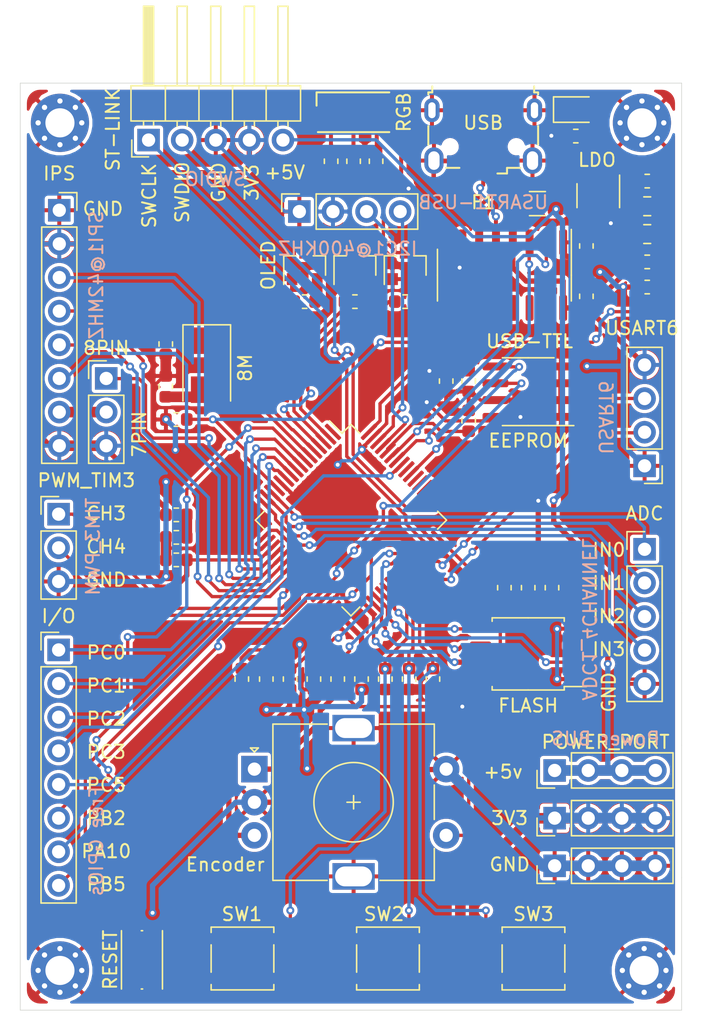
<source format=kicad_pcb>
(kicad_pcb (version 20171130) (host pcbnew "(5.1.5)-2")
  (layers (0 F.Cu signal) (31 B.Cu signal) (34 B.Paste user) (35 F.Paste user) (36 B.SilkS user) (37 F.SilkS user) (38 B.Mask user) (39 F.Mask user) (44 Edge.Cuts user))
  (net 0 "")
  (net 1 GND)
  (net 2 +3V3)
  (net 3 +5V)
  (net 4 /KEY1)
  (net 5 /KEY2)
  (net 6 /KEY3)
  (net 7 "Net-(C7-Pad1)")
  (net 8 /XTAL_IN)
  (net 9 /NRST)
  (net 10 /XTAL_OUT)
  (net 11 VDDA)
  (net 12 /TIM1_CH1)
  (net 13 /TIM1_CH2)
  (net 14 "Net-(D1-Pad2)")
  (net 15 "Net-(D2-Pad3)")
  (net 16 "Net-(D2-Pad2)")
  (net 17 "Net-(D2-Pad1)")
  (net 18 "Net-(F1-Pad1)")
  (net 19 /USB_DP)
  (net 20 /USB_DN)
  (net 21 /ADC1_IN3)
  (net 22 /ADC1_IN2)
  (net 23 /ADC1_IN1)
  (net 24 /ADC1_IN0)
  (net 25 /TIM3_CH4)
  (net 26 /TIM3_CH3)
  (net 27 /SPI3_MOSI)
  (net 28 /SPI3_MISO)
  (net 29 /SPI3_SCK)
  (net 30 /SPI3_CS)
  (net 31 /SPI3_DC)
  (net 32 /SPI3_RST)
  (net 33 /PB5)
  (net 34 /PA10)
  (net 35 /PB2)
  (net 36 /PC5)
  (net 37 /PC3)
  (net 38 /PC2)
  (net 39 /PC1)
  (net 40 /PC0)
  (net 41 /USART6_RX)
  (net 42 /USART6_TX)
  (net 43 /CS|BLK)
  (net 44 /SPI1_DC)
  (net 45 /SPI1_RST)
  (net 46 /SPI1_MOSI)
  (net 47 /SPI1_SCK)
  (net 48 /I2C1_SDA)
  (net 49 /I2C1_SCL)
  (net 50 /SPI1_CS)
  (net 51 /SWDIO)
  (net 52 /SWCLK)
  (net 53 "Net-(Q1-Pad3)")
  (net 54 "Net-(Q1-Pad2)")
  (net 55 "Net-(Q2-Pad3)")
  (net 56 "Net-(Q2-Pad2)")
  (net 57 "Net-(Q3-Pad3)")
  (net 58 "Net-(Q3-Pad2)")
  (net 59 "Net-(R3-Pad1)")
  (net 60 "Net-(R4-Pad1)")
  (net 61 /RGB_1)
  (net 62 /RGB_2)
  (net 63 /RGB_3)
  (net 64 "Net-(R11-Pad2)")
  (net 65 /ENCODER_KEY)
  (net 66 "Net-(U1-Pad15)")
  (net 67 "Net-(U1-Pad14)")
  (net 68 "Net-(U1-Pad13)")
  (net 69 "Net-(U1-Pad12)")
  (net 70 "Net-(U1-Pad11)")
  (net 71 "Net-(U1-Pad10)")
  (net 72 "Net-(U1-Pad9)")
  (net 73 "Net-(U1-Pad8)")
  (net 74 "Net-(U1-Pad7)")
  (net 75 /USART1_TX)
  (net 76 /USART1_RX)
  (net 77 /I2C2_SDA)
  (net 78 /SPI2_MOSI)
  (net 79 /SPI2_MISO)
  (net 80 /SPI2_SCK)
  (net 81 /SPI2_HOLD)
  (net 82 /I2C2_SCL)
  (net 83 /VBAT)
  (net 84 "Net-(C0-Pad1)")
  (net 85 /BOOT0)
  (module Resistor_SMD:R_0603_1608Metric (layer F.Cu) (at 193.9 75.5 90)
    (fp_text reference R0 hide)
    (fp_text value 10k)
    (pad 2 smd roundrect (at 0.7875 0 90) (size 0.875 0.95) (layers F.Cu F.Paste F.Mask) (net 1 GND))
    (pad 1 smd roundrect (at -0.7875 0 90) (size 0.875 0.95) (layers F.Cu F.Paste F.Mask) (net 85 /BOOT0))
  )
  (module Capacitor_SMD:C_0805_2012Metric (layer F.Cu) (at 207.4 59.3)
    (fp_text reference C2 hide)
    (fp_text value 10u)
    (pad 2 smd roundrect (at 0.9375 0) (size 0.975 1.4) (layers F.Cu F.Paste F.Mask) (net 1 GND))
    (pad 1 smd roundrect (at -0.9375 0) (size 0.975 1.4) (layers F.Cu F.Paste F.Mask) (net 3 +5V))
  )
  (module Capacitor_SMD:C_0603_1608Metric (layer F.Cu) (at 176.75 95 270)
    (fp_text reference C0 hide)
    (fp_text value 2.2u)
    (pad 2 smd roundrect (at 0.7875 0 270) (size 0.875 0.95) (layers F.Cu F.Paste F.Mask) (net 1 GND))
    (pad 1 smd roundrect (at -0.7875 0 270) (size 0.875 0.95) (layers F.Cu F.Paste F.Mask) (net 84 "Net-(C0-Pad1)"))
  )
  (module Package_TO_SOT_SMD:SOT-23 (layer F.Cu) (at 189.1 63.8 90)
    (fp_text reference Q3 hide)
    (fp_text value S8050)
    (pad 3 smd rect (at 1 0 90) (size 0.9 0.8) (layers F.Cu F.Paste F.Mask) (net 57 "Net-(Q3-Pad3)"))
    (pad 2 smd rect (at -1 0.95 90) (size 0.9 0.8) (layers F.Cu F.Paste F.Mask) (net 58 "Net-(Q3-Pad2)"))
    (pad 1 smd rect (at -1 -0.95 90) (size 0.9 0.8) (layers F.Cu F.Paste F.Mask) (net 1 GND))
  )
  (module Package_TO_SOT_SMD:SOT-23 (layer F.Cu) (at 181.5 63.8 90)
    (fp_text reference Q2 hide)
    (fp_text value S8050)
    (pad 3 smd rect (at 1 0 90) (size 0.9 0.8) (layers F.Cu F.Paste F.Mask) (net 55 "Net-(Q2-Pad3)"))
    (pad 2 smd rect (at -1 0.95 90) (size 0.9 0.8) (layers F.Cu F.Paste F.Mask) (net 56 "Net-(Q2-Pad2)"))
    (pad 1 smd rect (at -1 -0.95 90) (size 0.9 0.8) (layers F.Cu F.Paste F.Mask) (net 1 GND))
  )
  (module Package_TO_SOT_SMD:SOT-23 (layer F.Cu) (at 185.3 63.8 90)
    (fp_text reference Q1 hide)
    (fp_text value S8050)
    (pad 3 smd rect (at 1 0 90) (size 0.9 0.8) (layers F.Cu F.Paste F.Mask) (net 53 "Net-(Q1-Pad3)"))
    (pad 2 smd rect (at -1 0.95 90) (size 0.9 0.8) (layers F.Cu F.Paste F.Mask) (net 54 "Net-(Q1-Pad2)"))
    (pad 1 smd rect (at -1 -0.95 90) (size 0.9 0.8) (layers F.Cu F.Paste F.Mask) (net 1 GND))
  )
  (module Button_Switch_SMD:SW_Push_1P1T_NO_CK_KMR2 (layer F.Cu) (at 169.2 116.2 270)
    (fp_text reference RESET (at 0 2.4 90) (layer F.SilkS))
    (fp_text value SW_Push)
    (pad 2 smd rect (at 2.05 0.8 270) (size 0.9 1) (layers F.Cu F.Paste F.Mask) (net 9 /NRST))
    (pad 1 smd rect (at 2.05 -0.8 270) (size 0.9 1) (layers F.Cu F.Paste F.Mask) (net 1 GND))
    (pad 2 smd rect (at -2.05 0.8 270) (size 0.9 1) (layers F.Cu F.Paste F.Mask) (net 9 /NRST))
    (pad 1 smd rect (at -2.05 -0.8 270) (size 0.9 1) (layers F.Cu F.Paste F.Mask) (net 1 GND))
  )
  (module MountingHole:MountingHole_2.2mm_M2_Pad_Via (layer F.Cu) (at 207.166726 117)
    (fp_text reference H4 hide)
    (fp_text value Stand)
    (pad 1 thru_hole circle (at 1.166726 -1.166726) (size 0.7 0.7) (drill 0.4) (layers *.Cu *.Mask) (net 1 GND))
    (pad 1 thru_hole circle (at 0 -1.65) (size 0.7 0.7) (drill 0.4) (layers *.Cu *.Mask) (net 1 GND))
    (pad 1 thru_hole circle (at -1.166726 -1.166726) (size 0.7 0.7) (drill 0.4) (layers *.Cu *.Mask) (net 1 GND))
    (pad 1 thru_hole circle (at -1.65 0) (size 0.7 0.7) (drill 0.4) (layers *.Cu *.Mask) (net 1 GND))
    (pad 1 thru_hole circle (at -1.166726 1.166726) (size 0.7 0.7) (drill 0.4) (layers *.Cu *.Mask) (net 1 GND))
    (pad 1 thru_hole circle (at 0 1.65) (size 0.7 0.7) (drill 0.4) (layers *.Cu *.Mask) (net 1 GND))
    (pad 1 thru_hole circle (at 1.166726 1.166726) (size 0.7 0.7) (drill 0.4) (layers *.Cu *.Mask) (net 1 GND))
    (pad 1 thru_hole circle (at 1.65 0) (size 0.7 0.7) (drill 0.4) (layers *.Cu *.Mask) (net 1 GND))
    (pad 1 thru_hole circle (at 0 0) (size 4.4 4.4) (drill 2.2) (layers *.Cu *.Mask) (net 1 GND))
  )
  (module MountingHole:MountingHole_2.2mm_M2_Pad_Via (layer F.Cu) (at 163 117)
    (fp_text reference H3 hide)
    (fp_text value Stand)
    (pad 1 thru_hole circle (at 1.166726 -1.166726) (size 0.7 0.7) (drill 0.4) (layers *.Cu *.Mask) (net 1 GND))
    (pad 1 thru_hole circle (at 0 -1.65) (size 0.7 0.7) (drill 0.4) (layers *.Cu *.Mask) (net 1 GND))
    (pad 1 thru_hole circle (at -1.166726 -1.166726) (size 0.7 0.7) (drill 0.4) (layers *.Cu *.Mask) (net 1 GND))
    (pad 1 thru_hole circle (at -1.65 0) (size 0.7 0.7) (drill 0.4) (layers *.Cu *.Mask) (net 1 GND))
    (pad 1 thru_hole circle (at -1.166726 1.166726) (size 0.7 0.7) (drill 0.4) (layers *.Cu *.Mask) (net 1 GND))
    (pad 1 thru_hole circle (at 0 1.65) (size 0.7 0.7) (drill 0.4) (layers *.Cu *.Mask) (net 1 GND))
    (pad 1 thru_hole circle (at 1.166726 1.166726) (size 0.7 0.7) (drill 0.4) (layers *.Cu *.Mask) (net 1 GND))
    (pad 1 thru_hole circle (at 1.65 0) (size 0.7 0.7) (drill 0.4) (layers *.Cu *.Mask) (net 1 GND))
    (pad 1 thru_hole circle (at 0 0) (size 4.4 4.4) (drill 2.2) (layers *.Cu *.Mask) (net 1 GND))
  )
  (module MountingHole:MountingHole_2.2mm_M2_Pad_Via (layer F.Cu) (at 207 53)
    (fp_text reference H2 hide)
    (fp_text value Stand)
    (pad 1 thru_hole circle (at 1.166726 -1.166726) (size 0.7 0.7) (drill 0.4) (layers *.Cu *.Mask) (net 1 GND))
    (pad 1 thru_hole circle (at 0 -1.65) (size 0.7 0.7) (drill 0.4) (layers *.Cu *.Mask) (net 1 GND))
    (pad 1 thru_hole circle (at -1.166726 -1.166726) (size 0.7 0.7) (drill 0.4) (layers *.Cu *.Mask) (net 1 GND))
    (pad 1 thru_hole circle (at -1.65 0) (size 0.7 0.7) (drill 0.4) (layers *.Cu *.Mask) (net 1 GND))
    (pad 1 thru_hole circle (at -1.166726 1.166726) (size 0.7 0.7) (drill 0.4) (layers *.Cu *.Mask) (net 1 GND))
    (pad 1 thru_hole circle (at 0 1.65) (size 0.7 0.7) (drill 0.4) (layers *.Cu *.Mask) (net 1 GND))
    (pad 1 thru_hole circle (at 1.166726 1.166726) (size 0.7 0.7) (drill 0.4) (layers *.Cu *.Mask) (net 1 GND))
    (pad 1 thru_hole circle (at 1.65 0) (size 0.7 0.7) (drill 0.4) (layers *.Cu *.Mask) (net 1 GND))
    (pad 1 thru_hole circle (at 0 0) (size 4.4 4.4) (drill 2.2) (layers *.Cu *.Mask) (net 1 GND))
  )
  (module MountingHole:MountingHole_2.2mm_M2_Pad_Via (layer F.Cu) (at 163 53)
    (fp_text reference H1 hide)
    (fp_text value Stand)
    (pad 1 thru_hole circle (at 1.166726 -1.166726) (size 0.7 0.7) (drill 0.4) (layers *.Cu *.Mask) (net 1 GND))
    (pad 1 thru_hole circle (at 0 -1.65) (size 0.7 0.7) (drill 0.4) (layers *.Cu *.Mask) (net 1 GND))
    (pad 1 thru_hole circle (at -1.166726 -1.166726) (size 0.7 0.7) (drill 0.4) (layers *.Cu *.Mask) (net 1 GND))
    (pad 1 thru_hole circle (at -1.65 0) (size 0.7 0.7) (drill 0.4) (layers *.Cu *.Mask) (net 1 GND))
    (pad 1 thru_hole circle (at -1.166726 1.166726) (size 0.7 0.7) (drill 0.4) (layers *.Cu *.Mask) (net 1 GND))
    (pad 1 thru_hole circle (at 0 1.65) (size 0.7 0.7) (drill 0.4) (layers *.Cu *.Mask) (net 1 GND))
    (pad 1 thru_hole circle (at 1.166726 1.166726) (size 0.7 0.7) (drill 0.4) (layers *.Cu *.Mask) (net 1 GND))
    (pad 1 thru_hole circle (at 1.65 0) (size 0.7 0.7) (drill 0.4) (layers *.Cu *.Mask) (net 1 GND))
    (pad 1 thru_hole circle (at 0 0) (size 4.4 4.4) (drill 2.2) (layers *.Cu *.Mask) (net 1 GND))
  )
  (module Crystal:Crystal_SMD_5032-2Pin_5.0x3.2mm (layer F.Cu) (at 174.1 71.3 270)
    (fp_text reference 8M (at 0.2 -2.9 270) (layer F.SilkS))
    (fp_text value 8M)
    (pad 2 smd rect (at 1.85 0 270) (size 2 2.4) (layers F.Cu F.Paste F.Mask) (net 10 /XTAL_OUT))
    (pad 1 smd rect (at -1.85 0 270) (size 2 2.4) (layers F.Cu F.Paste F.Mask) (net 8 /XTAL_IN))
  )
  (module Package_SO:SOIC-8_3.9x4.9mm_P1.27mm (layer F.Cu) (at 198.4 73.3 180)
    (fp_text reference EEPROM (at 0 -3.7) (layer F.SilkS))
    (fp_text value M24C02-FMN)
    (pad 8 smd roundrect (at 2.475 -1.905 180) (size 1.95 0.6) (layers F.Cu F.Paste F.Mask) (net 2 +3V3))
    (pad 7 smd roundrect (at 2.475 -0.635 180) (size 1.95 0.6) (layers F.Cu F.Paste F.Mask) (net 1 GND))
    (pad 6 smd roundrect (at 2.475 0.635 180) (size 1.95 0.6) (layers F.Cu F.Paste F.Mask) (net 82 /I2C2_SCL))
    (pad 5 smd roundrect (at 2.475 1.905 180) (size 1.95 0.6) (layers F.Cu F.Paste F.Mask) (net 77 /I2C2_SDA))
    (pad 4 smd roundrect (at -2.475 1.905 180) (size 1.95 0.6) (layers F.Cu F.Paste F.Mask) (net 1 GND))
    (pad 3 smd roundrect (at -2.475 0.635 180) (size 1.95 0.6) (layers F.Cu F.Paste F.Mask) (net 1 GND))
    (pad 2 smd roundrect (at -2.475 -0.635 180) (size 1.95 0.6) (layers F.Cu F.Paste F.Mask) (net 1 GND))
    (pad 1 smd roundrect (at -2.475 -1.905 180) (size 1.95 0.6) (layers F.Cu F.Paste F.Mask) (net 1 GND))
  )
  (module Package_SO:SOIC-8_5.23x5.23mm_P1.27mm (layer F.Cu) (at 198.4 93.1 180)
    (fp_text reference FLASH (at 0 -3.9) (layer F.SilkS))
    (fp_text value W25Q128JVS)
    (pad 8 smd roundrect (at 3.6 -1.905 180) (size 1.6 0.6) (layers F.Cu F.Paste F.Mask) (net 2 +3V3))
    (pad 7 smd roundrect (at 3.6 -0.635 180) (size 1.6 0.6) (layers F.Cu F.Paste F.Mask) (net 81 /SPI2_HOLD))
    (pad 6 smd roundrect (at 3.6 0.635 180) (size 1.6 0.6) (layers F.Cu F.Paste F.Mask) (net 80 /SPI2_SCK))
    (pad 5 smd roundrect (at 3.6 1.905 180) (size 1.6 0.6) (layers F.Cu F.Paste F.Mask) (net 78 /SPI2_MOSI))
    (pad 4 smd roundrect (at -3.6 1.905 180) (size 1.6 0.6) (layers F.Cu F.Paste F.Mask) (net 1 GND))
    (pad 3 smd roundrect (at -3.6 0.635 180) (size 1.6 0.6) (layers F.Cu F.Paste F.Mask) (net 64 "Net-(R11-Pad2)"))
    (pad 2 smd roundrect (at -3.6 -0.635 180) (size 1.6 0.6) (layers F.Cu F.Paste F.Mask) (net 79 /SPI2_MISO))
    (pad 1 smd roundrect (at -3.6 -1.905 180) (size 1.6 0.6) (layers F.Cu F.Paste F.Mask) (net 1 GND))
  )
  (module Package_QFP:LQFP-64_10x10mm_P0.5mm (layer F.Cu) (at 185 83 315)
    (fp_text reference U3 hide)
    (fp_text value STM32F401RCTx)
    (pad 64 smd roundrect (at -3.75 -5.675 315) (size 0.3 1.55) (layers F.Cu F.Paste F.Mask) (net 2 +3V3))
    (pad 63 smd roundrect (at -3.25 -5.675 315) (size 0.3 1.55) (layers F.Cu F.Paste F.Mask) (net 1 GND))
    (pad 62 smd roundrect (at -2.75 -5.675 315) (size 0.3 1.55) (layers F.Cu F.Paste F.Mask) (net 48 /I2C1_SDA))
    (pad 61 smd roundrect (at -2.25 -5.675 315) (size 0.3 1.55) (layers F.Cu F.Paste F.Mask) (net 49 /I2C1_SCL))
    (pad 60 smd roundrect (at -1.75 -5.675 315) (size 0.3 1.55) (layers F.Cu F.Paste F.Mask) (net 85 /BOOT0))
    (pad 59 smd roundrect (at -1.25 -5.675 315) (size 0.3 1.55) (layers F.Cu F.Paste F.Mask) (net 76 /USART1_RX))
    (pad 58 smd roundrect (at -0.75 -5.675 315) (size 0.3 1.55) (layers F.Cu F.Paste F.Mask) (net 75 /USART1_TX))
    (pad 57 smd roundrect (at -0.25 -5.675 315) (size 0.3 1.55) (layers F.Cu F.Paste F.Mask) (net 33 /PB5))
    (pad 56 smd roundrect (at 0.25 -5.675 315) (size 0.3 1.55) (layers F.Cu F.Paste F.Mask) (net 32 /SPI3_RST))
    (pad 55 smd roundrect (at 0.75 -5.675 315) (size 0.3 1.55) (layers F.Cu F.Paste F.Mask) (net 77 /I2C2_SDA))
    (pad 54 smd roundrect (at 1.25 -5.675 315) (size 0.3 1.55) (layers F.Cu F.Paste F.Mask) (net 30 /SPI3_CS))
    (pad 53 smd roundrect (at 1.75 -5.675 315) (size 0.3 1.55) (layers F.Cu F.Paste F.Mask) (net 27 /SPI3_MOSI))
    (pad 52 smd roundrect (at 2.25 -5.675 315) (size 0.3 1.55) (layers F.Cu F.Paste F.Mask) (net 28 /SPI3_MISO))
    (pad 51 smd roundrect (at 2.75 -5.675 315) (size 0.3 1.55) (layers F.Cu F.Paste F.Mask) (net 29 /SPI3_SCK))
    (pad 50 smd roundrect (at 3.25 -5.675 315) (size 0.3 1.55) (layers F.Cu F.Paste F.Mask) (net 31 /SPI3_DC))
    (pad 49 smd roundrect (at 3.75 -5.675 315) (size 0.3 1.55) (layers F.Cu F.Paste F.Mask) (net 52 /SWCLK))
    (pad 48 smd roundrect (at 5.675 -3.75 315) (size 1.55 0.3) (layers F.Cu F.Paste F.Mask) (net 2 +3V3))
    (pad 47 smd roundrect (at 5.675 -3.25 315) (size 1.55 0.3) (layers F.Cu F.Paste F.Mask) (net 1 GND))
    (pad 46 smd roundrect (at 5.675 -2.75 315) (size 1.55 0.3) (layers F.Cu F.Paste F.Mask) (net 51 /SWDIO))
    (pad 45 smd roundrect (at 5.675 -2.25 315) (size 1.55 0.3) (layers F.Cu F.Paste F.Mask) (net 41 /USART6_RX))
    (pad 44 smd roundrect (at 5.675 -1.75 315) (size 1.55 0.3) (layers F.Cu F.Paste F.Mask) (net 42 /USART6_TX))
    (pad 43 smd roundrect (at 5.675 -1.25 315) (size 1.55 0.3) (layers F.Cu F.Paste F.Mask) (net 34 /PA10))
    (pad 42 smd roundrect (at 5.675 -0.75 315) (size 1.55 0.3) (layers F.Cu F.Paste F.Mask) (net 13 /TIM1_CH2))
    (pad 41 smd roundrect (at 5.675 -0.25 315) (size 1.55 0.3) (layers F.Cu F.Paste F.Mask) (net 12 /TIM1_CH1))
    (pad 40 smd roundrect (at 5.675 0.25 315) (size 1.55 0.3) (layers F.Cu F.Paste F.Mask) (net 65 /ENCODER_KEY))
    (pad 39 smd roundrect (at 5.675 0.75 315) (size 1.55 0.3) (layers F.Cu F.Paste F.Mask) (net 6 /KEY3))
    (pad 38 smd roundrect (at 5.675 1.25 315) (size 1.55 0.3) (layers F.Cu F.Paste F.Mask) (net 5 /KEY2))
    (pad 37 smd roundrect (at 5.675 1.75 315) (size 1.55 0.3) (layers F.Cu F.Paste F.Mask) (net 4 /KEY1))
    (pad 36 smd roundrect (at 5.675 2.25 315) (size 1.55 0.3) (layers F.Cu F.Paste F.Mask) (net 78 /SPI2_MOSI))
    (pad 35 smd roundrect (at 5.675 2.75 315) (size 1.55 0.3) (layers F.Cu F.Paste F.Mask) (net 79 /SPI2_MISO))
    (pad 34 smd roundrect (at 5.675 3.25 315) (size 1.55 0.3) (layers F.Cu F.Paste F.Mask) (net 80 /SPI2_SCK))
    (pad 33 smd roundrect (at 5.675 3.75 315) (size 1.55 0.3) (layers F.Cu F.Paste F.Mask) (net 81 /SPI2_HOLD))
    (pad 32 smd roundrect (at 3.75 5.675 315) (size 0.3 1.55) (layers F.Cu F.Paste F.Mask) (net 2 +3V3))
    (pad 31 smd roundrect (at 3.25 5.675 315) (size 0.3 1.55) (layers F.Cu F.Paste F.Mask) (net 1 GND))
    (pad 30 smd roundrect (at 2.75 5.675 315) (size 0.3 1.55) (layers F.Cu F.Paste F.Mask) (net 84 "Net-(C0-Pad1)"))
    (pad 29 smd roundrect (at 2.25 5.675 315) (size 0.3 1.55) (layers F.Cu F.Paste F.Mask) (net 82 /I2C2_SCL))
    (pad 28 smd roundrect (at 1.75 5.675 315) (size 0.3 1.55) (layers F.Cu F.Paste F.Mask) (net 35 /PB2))
    (pad 27 smd roundrect (at 1.25 5.675 315) (size 0.3 1.55) (layers F.Cu F.Paste F.Mask) (net 25 /TIM3_CH4))
    (pad 26 smd roundrect (at 0.75 5.675 315) (size 0.3 1.55) (layers F.Cu F.Paste F.Mask) (net 26 /TIM3_CH3))
    (pad 25 smd roundrect (at 0.25 5.675 315) (size 0.3 1.55) (layers F.Cu F.Paste F.Mask) (net 36 /PC5))
    (pad 24 smd roundrect (at -0.25 5.675 315) (size 0.3 1.55) (layers F.Cu F.Paste F.Mask) (net 45 /SPI1_RST))
    (pad 23 smd roundrect (at -0.75 5.675 315) (size 0.3 1.55) (layers F.Cu F.Paste F.Mask) (net 46 /SPI1_MOSI))
    (pad 22 smd roundrect (at -1.25 5.675 315) (size 0.3 1.55) (layers F.Cu F.Paste F.Mask) (net 44 /SPI1_DC))
    (pad 21 smd roundrect (at -1.75 5.675 315) (size 0.3 1.55) (layers F.Cu F.Paste F.Mask) (net 47 /SPI1_SCK))
    (pad 20 smd roundrect (at -2.25 5.675 315) (size 0.3 1.55) (layers F.Cu F.Paste F.Mask) (net 50 /SPI1_CS))
    (pad 19 smd roundrect (at -2.75 5.675 315) (size 0.3 1.55) (layers F.Cu F.Paste F.Mask) (net 2 +3V3))
    (pad 18 smd roundrect (at -3.25 5.675 315) (size 0.3 1.55) (layers F.Cu F.Paste F.Mask) (net 1 GND))
    (pad 17 smd roundrect (at -3.75 5.675 315) (size 0.3 1.55) (layers F.Cu F.Paste F.Mask) (net 21 /ADC1_IN3))
    (pad 16 smd roundrect (at -5.675 3.75 315) (size 1.55 0.3) (layers F.Cu F.Paste F.Mask) (net 22 /ADC1_IN2))
    (pad 15 smd roundrect (at -5.675 3.25 315) (size 1.55 0.3) (layers F.Cu F.Paste F.Mask) (net 23 /ADC1_IN1))
    (pad 14 smd roundrect (at -5.675 2.75 315) (size 1.55 0.3) (layers F.Cu F.Paste F.Mask) (net 24 /ADC1_IN0))
    (pad 13 smd roundrect (at -5.675 2.25 315) (size 1.55 0.3) (layers F.Cu F.Paste F.Mask) (net 11 VDDA))
    (pad 12 smd roundrect (at -5.675 1.75 315) (size 1.55 0.3) (layers F.Cu F.Paste F.Mask) (net 1 GND))
    (pad 11 smd roundrect (at -5.675 1.25 315) (size 1.55 0.3) (layers F.Cu F.Paste F.Mask) (net 37 /PC3))
    (pad 10 smd roundrect (at -5.675 0.75 315) (size 1.55 0.3) (layers F.Cu F.Paste F.Mask) (net 38 /PC2))
    (pad 9 smd roundrect (at -5.675 0.25 315) (size 1.55 0.3) (layers F.Cu F.Paste F.Mask) (net 39 /PC1))
    (pad 8 smd roundrect (at -5.675 -0.25 315) (size 1.55 0.3) (layers F.Cu F.Paste F.Mask) (net 40 /PC0))
    (pad 7 smd roundrect (at -5.675 -0.75 315) (size 1.55 0.3) (layers F.Cu F.Paste F.Mask) (net 9 /NRST))
    (pad 6 smd roundrect (at -5.675 -1.25 315) (size 1.55 0.3) (layers F.Cu F.Paste F.Mask) (net 10 /XTAL_OUT))
    (pad 5 smd roundrect (at -5.675 -1.75 315) (size 1.55 0.3) (layers F.Cu F.Paste F.Mask) (net 8 /XTAL_IN))
    (pad 4 smd roundrect (at -5.675 -2.25 315) (size 1.55 0.3) (layers F.Cu F.Paste F.Mask) (net 63 /RGB_3))
    (pad 3 smd roundrect (at -5.675 -2.75 315) (size 1.55 0.3) (layers F.Cu F.Paste F.Mask) (net 62 /RGB_2))
    (pad 2 smd roundrect (at -5.675 -3.25 315) (size 1.55 0.3) (layers F.Cu F.Paste F.Mask) (net 61 /RGB_1))
    (pad 1 smd roundrect (at -5.675 -3.75 315) (size 1.55 0.3) (layers F.Cu F.Paste F.Mask) (net 83 /VBAT))
  )
  (module Package_TO_SOT_SMD:SOT-23-5 (layer F.Cu) (at 203.7 58.5 270)
    (fp_text reference LDO (at -2.7 0.1 180) (layer F.SilkS))
    (fp_text value RT9193-3.3)
    (pad 5 smd rect (at 1.1 -0.95 270) (size 1.06 0.65) (layers F.Cu F.Paste F.Mask) (net 2 +3V3))
    (pad 4 smd rect (at 1.1 0.95 270) (size 1.06 0.65) (layers F.Cu F.Paste F.Mask) (net 7 "Net-(C7-Pad1)"))
    (pad 3 smd rect (at -1.1 0.95 270) (size 1.06 0.65) (layers F.Cu F.Paste F.Mask) (net 3 +5V))
    (pad 2 smd rect (at -1.1 0 270) (size 1.06 0.65) (layers F.Cu F.Paste F.Mask) (net 1 GND))
    (pad 1 smd rect (at -1.1 -0.95 270) (size 1.06 0.65) (layers F.Cu F.Paste F.Mask) (net 3 +5V))
  )
  (module Package_SO:SOIC-16_3.9x9.9mm_P1.27mm (layer F.Cu) (at 196.6 64.5 270)
    (fp_text reference USB-TTL (at 5 -1.9 180) (layer F.SilkS))
    (fp_text value CH340G)
    (pad 16 smd roundrect (at 2.475 -4.445 270) (size 1.95 0.6) (layers F.Cu F.Paste F.Mask) (net 2 +3V3))
    (pad 15 smd roundrect (at 2.475 -3.175 270) (size 1.95 0.6) (layers F.Cu F.Paste F.Mask) (net 66 "Net-(U1-Pad15)"))
    (pad 14 smd roundrect (at 2.475 -1.905 270) (size 1.95 0.6) (layers F.Cu F.Paste F.Mask) (net 67 "Net-(U1-Pad14)"))
    (pad 13 smd roundrect (at 2.475 -0.635 270) (size 1.95 0.6) (layers F.Cu F.Paste F.Mask) (net 68 "Net-(U1-Pad13)"))
    (pad 12 smd roundrect (at 2.475 0.635 270) (size 1.95 0.6) (layers F.Cu F.Paste F.Mask) (net 69 "Net-(U1-Pad12)"))
    (pad 11 smd roundrect (at 2.475 1.905 270) (size 1.95 0.6) (layers F.Cu F.Paste F.Mask) (net 70 "Net-(U1-Pad11)"))
    (pad 10 smd roundrect (at 2.475 3.175 270) (size 1.95 0.6) (layers F.Cu F.Paste F.Mask) (net 71 "Net-(U1-Pad10)"))
    (pad 9 smd roundrect (at 2.475 4.445 270) (size 1.95 0.6) (layers F.Cu F.Paste F.Mask) (net 72 "Net-(U1-Pad9)"))
    (pad 8 smd roundrect (at -2.475 4.445 270) (size 1.95 0.6) (layers F.Cu F.Paste F.Mask) (net 73 "Net-(U1-Pad8)"))
    (pad 7 smd roundrect (at -2.475 3.175 270) (size 1.95 0.6) (layers F.Cu F.Paste F.Mask) (net 74 "Net-(U1-Pad7)"))
    (pad 6 smd roundrect (at -2.475 1.905 270) (size 1.95 0.6) (layers F.Cu F.Paste F.Mask) (net 20 /USB_DN))
    (pad 5 smd roundrect (at -2.475 0.635 270) (size 1.95 0.6) (layers F.Cu F.Paste F.Mask) (net 19 /USB_DP))
    (pad 4 smd roundrect (at -2.475 -0.635 270) (size 1.95 0.6) (layers F.Cu F.Paste F.Mask) (net 2 +3V3))
    (pad 3 smd roundrect (at -2.475 -1.905 270) (size 1.95 0.6) (layers F.Cu F.Paste F.Mask) (net 75 /USART1_TX))
    (pad 2 smd roundrect (at -2.475 -3.175 270) (size 1.95 0.6) (layers F.Cu F.Paste F.Mask) (net 76 /USART1_RX))
    (pad 1 smd roundrect (at -2.475 -4.445 270) (size 1.95 0.6) (layers F.Cu F.Paste F.Mask) (net 1 GND))
  )
  (module Rotary_Encoder:RotaryEncoder_Alps_EC11E-Switch_Vertical_H20mm (layer F.Cu) (at 177.7 101.8)
    (fp_text reference Encoder (at -2.2 7.2) (layer F.SilkS))
    (fp_text value Rotary_Encoder_Switch)
    (pad A thru_hole rect (at 0 0) (size 2 2) (drill 1) (layers *.Cu *.Mask) (net 59 "Net-(R3-Pad1)"))
    (pad C thru_hole circle (at 0 2.5) (size 2 2) (drill 1) (layers *.Cu *.Mask) (net 1 GND))
    (pad B thru_hole circle (at 0 5) (size 2 2) (drill 1) (layers *.Cu *.Mask) (net 60 "Net-(R4-Pad1)"))
    (pad MP thru_hole rect (at 7.5 -3.1) (size 3.2 2) (drill oval 2.8 1.5) (layers *.Cu *.Mask) (net 1 GND))
    (pad MP thru_hole rect (at 7.5 8.1) (size 3.2 2) (drill oval 2.8 1.5) (layers *.Cu *.Mask) (net 1 GND))
    (pad S2 thru_hole circle (at 14.5 0) (size 2 2) (drill 1) (layers *.Cu *.Mask) (net 1 GND))
    (pad S1 thru_hole circle (at 14.5 5) (size 2 2) (drill 1) (layers *.Cu *.Mask) (net 65 /ENCODER_KEY))
  )
  (module Button_Switch_SMD:SW_SPST_TL3305C (layer F.Cu) (at 198.8 116.1 180)
    (fp_text reference SW3 (at 0 3.35) (layer F.SilkS))
    (fp_text value SW_Push)
    (pad 2 smd rect (at -3.6 1.5 180) (size 1.6 1.4) (layers F.Cu F.Paste F.Mask) (net 6 /KEY3))
    (pad 2 smd rect (at 3.6 1.5 180) (size 1.6 1.4) (layers F.Cu F.Paste F.Mask) (net 6 /KEY3))
    (pad 1 smd rect (at -3.6 -1.5 180) (size 1.6 1.4) (layers F.Cu F.Paste F.Mask) (net 2 +3V3))
    (pad 1 smd rect (at 3.6 -1.5 180) (size 1.6 1.4) (layers F.Cu F.Paste F.Mask) (net 2 +3V3))
  )
  (module Button_Switch_SMD:SW_SPST_TL3305C (layer F.Cu) (at 187.8 116.1 180)
    (fp_text reference SW2 (at 0.3 3.35) (layer F.SilkS))
    (fp_text value SW_Push)
    (pad 2 smd rect (at -3.6 1.5 180) (size 1.6 1.4) (layers F.Cu F.Paste F.Mask) (net 5 /KEY2))
    (pad 2 smd rect (at 3.6 1.5 180) (size 1.6 1.4) (layers F.Cu F.Paste F.Mask) (net 5 /KEY2))
    (pad 1 smd rect (at -3.6 -1.5 180) (size 1.6 1.4) (layers F.Cu F.Paste F.Mask) (net 2 +3V3))
    (pad 1 smd rect (at 3.6 -1.5 180) (size 1.6 1.4) (layers F.Cu F.Paste F.Mask) (net 2 +3V3))
  )
  (module Button_Switch_SMD:SW_SPST_TL3305C (layer F.Cu) (at 176.8 116.1 180)
    (fp_text reference SW1 (at 0.05 3.35) (layer F.SilkS))
    (fp_text value SW_Push)
    (pad 2 smd rect (at -3.6 1.5 180) (size 1.6 1.4) (layers F.Cu F.Paste F.Mask) (net 4 /KEY1))
    (pad 2 smd rect (at 3.6 1.5 180) (size 1.6 1.4) (layers F.Cu F.Paste F.Mask) (net 4 /KEY1))
    (pad 1 smd rect (at -3.6 -1.5 180) (size 1.6 1.4) (layers F.Cu F.Paste F.Mask) (net 2 +3V3))
    (pad 1 smd rect (at 3.6 -1.5 180) (size 1.6 1.4) (layers F.Cu F.Paste F.Mask) (net 2 +3V3))
  )
  (module Resistor_SMD:R_0603_1608Metric (layer F.Cu) (at 200.2 88.1 270)
    (fp_text reference R11 hide)
    (fp_text value 1k)
    (pad 2 smd roundrect (at 0.7875 0 270) (size 0.875 0.95) (layers F.Cu F.Paste F.Mask) (net 64 "Net-(R11-Pad2)"))
    (pad 1 smd roundrect (at -0.7875 0 270) (size 0.875 0.95) (layers F.Cu F.Paste F.Mask) (net 2 +3V3))
  )
  (module Resistor_SMD:R_0603_1608Metric (layer F.Cu) (at 189.1 66.5 180)
    (fp_text reference R10 hide)
    (fp_text value 1k)
    (pad 2 smd roundrect (at 0.7875 0 180) (size 0.875 0.95) (layers F.Cu F.Paste F.Mask) (net 63 /RGB_3))
    (pad 1 smd roundrect (at -0.7875 0 180) (size 0.875 0.95) (layers F.Cu F.Paste F.Mask) (net 58 "Net-(Q3-Pad2)"))
  )
  (module Resistor_SMD:R_0603_1608Metric (layer F.Cu) (at 186.9 55.9 90)
    (fp_text reference R9 hide)
    (fp_text value 1k)
    (pad 2 smd roundrect (at 0.7875 0 90) (size 0.875 0.95) (layers F.Cu F.Paste F.Mask) (net 15 "Net-(D2-Pad3)"))
    (pad 1 smd roundrect (at -0.7875 0 90) (size 0.875 0.95) (layers F.Cu F.Paste F.Mask) (net 57 "Net-(Q3-Pad3)"))
  )
  (module Resistor_SMD:R_0603_1608Metric (layer F.Cu) (at 183.5 55.9 90)
    (fp_text reference R8 hide)
    (fp_text value 1k)
    (pad 2 smd roundrect (at 0.7875 0 90) (size 0.875 0.95) (layers F.Cu F.Paste F.Mask) (net 16 "Net-(D2-Pad2)"))
    (pad 1 smd roundrect (at -0.7875 0 90) (size 0.875 0.95) (layers F.Cu F.Paste F.Mask) (net 55 "Net-(Q2-Pad3)"))
  )
  (module Resistor_SMD:R_0603_1608Metric (layer F.Cu) (at 185.2 55.9 90)
    (fp_text reference R7 hide)
    (fp_text value 1k)
    (pad 2 smd roundrect (at 0.7875 0 90) (size 0.875 0.95) (layers F.Cu F.Paste F.Mask) (net 17 "Net-(D2-Pad1)"))
    (pad 1 smd roundrect (at -0.7875 0 90) (size 0.875 0.95) (layers F.Cu F.Paste F.Mask) (net 53 "Net-(Q1-Pad3)"))
  )
  (module Resistor_SMD:R_0603_1608Metric (layer F.Cu) (at 181.5 66.5 180)
    (fp_text reference R6 hide)
    (fp_text value 1k)
    (pad 2 smd roundrect (at 0.7875 0 180) (size 0.875 0.95) (layers F.Cu F.Paste F.Mask) (net 62 /RGB_2))
    (pad 1 smd roundrect (at -0.7875 0 180) (size 0.875 0.95) (layers F.Cu F.Paste F.Mask) (net 56 "Net-(Q2-Pad2)"))
  )
  (module Resistor_SMD:R_0603_1608Metric (layer F.Cu) (at 185.3 66.5 180)
    (fp_text reference R5 hide)
    (fp_text value 1k)
    (pad 2 smd roundrect (at 0.7875 0 180) (size 0.875 0.95) (layers F.Cu F.Paste F.Mask) (net 61 /RGB_1))
    (pad 1 smd roundrect (at -0.7875 0 180) (size 0.875 0.95) (layers F.Cu F.Paste F.Mask) (net 54 "Net-(Q1-Pad2)"))
  )
  (module Resistor_SMD:R_0603_1608Metric (layer F.Cu) (at 180.4 95 90)
    (fp_text reference R4 hide)
    (fp_text value 10k)
    (pad 2 smd roundrect (at 0.7875 0 90) (size 0.875 0.95) (layers F.Cu F.Paste F.Mask) (net 13 /TIM1_CH2))
    (pad 1 smd roundrect (at -0.7875 0 90) (size 0.875 0.95) (layers F.Cu F.Paste F.Mask) (net 60 "Net-(R4-Pad1)"))
  )
  (module Resistor_SMD:R_0603_1608Metric (layer F.Cu) (at 184 95 90)
    (fp_text reference R3 hide)
    (fp_text value 10k)
    (pad 2 smd roundrect (at 0.7875 0 90) (size 0.875 0.95) (layers F.Cu F.Paste F.Mask) (net 12 /TIM1_CH1))
    (pad 1 smd roundrect (at -0.7875 0 90) (size 0.875 0.95) (layers F.Cu F.Paste F.Mask) (net 59 "Net-(R3-Pad1)"))
  )
  (module Resistor_SMD:R_0603_1608Metric (layer F.Cu) (at 202 54)
    (fp_text reference R2 hide)
    (fp_text value 1k)
    (pad 2 smd roundrect (at 0.7875 0) (size 0.875 0.95) (layers F.Cu F.Paste F.Mask) (net 14 "Net-(D1-Pad2)"))
    (pad 1 smd roundrect (at -0.7875 0) (size 0.875 0.95) (layers F.Cu F.Paste F.Mask) (net 2 +3V3))
  )
  (module Resistor_SMD:R_0603_1608Metric (layer F.Cu) (at 171.8 82.6)
    (fp_text reference R1 hide)
    (fp_text value 1k)
    (pad 2 smd roundrect (at 0.7875 0) (size 0.875 0.95) (layers F.Cu F.Paste F.Mask) (net 9 /NRST))
    (pad 1 smd roundrect (at -0.7875 0) (size 0.875 0.95) (layers F.Cu F.Paste F.Mask) (net 2 +3V3))
  )
  (module Inductor_SMD:L_0603_1608Metric_Pad1.05x0.95mm_HandSolder (layer F.Cu) (at 207.4 63.5)
    (fp_text reference L1 hide)
    (fp_text value 47uH)
    (pad 2 smd roundrect (at 0.875 0) (size 1.05 0.95) (layers F.Cu F.Paste F.Mask) (net 11 VDDA))
    (pad 1 smd roundrect (at -0.875 0) (size 1.05 0.95) (layers F.Cu F.Paste F.Mask) (net 2 +3V3))
  )
  (module Connector_PinHeader_2.54mm:PinHeader_1x05_P2.54mm_Horizontal (layer F.Cu) (at 169.7 54.3 90)
    (fp_text reference ST-LINK (at 0.8 -2.7 90) (layer F.SilkS))
    (fp_text value ST-LINK)
    (pad 5 thru_hole oval (at 0 10.16 90) (size 1.7 1.7) (drill 1) (layers *.Cu *.Mask) (net 3 +5V))
    (pad 4 thru_hole oval (at 0 7.62 90) (size 1.7 1.7) (drill 1) (layers *.Cu *.Mask) (net 2 +3V3))
    (pad 3 thru_hole oval (at 0 5.08 90) (size 1.7 1.7) (drill 1) (layers *.Cu *.Mask) (net 1 GND))
    (pad 2 thru_hole oval (at 0 2.54 90) (size 1.7 1.7) (drill 1) (layers *.Cu *.Mask) (net 51 /SWDIO))
    (pad 1 thru_hole rect (at 0 0 90) (size 1.7 1.7) (drill 1) (layers *.Cu *.Mask) (net 52 /SWCLK))
  )
  (module Connector_PinHeader_2.54mm:PinHeader_1x04_P2.54mm_Vertical (layer F.Cu) (at 200.4 101.9 90)
    (fp_text reference +5v (at -0.1 -3.9 180) (layer F.SilkS))
    (fp_text value 5V)
    (pad 4 thru_hole oval (at 0 7.62 90) (size 1.7 1.7) (drill 1) (layers *.Cu *.Mask) (net 3 +5V))
    (pad 3 thru_hole oval (at 0 5.08 90) (size 1.7 1.7) (drill 1) (layers *.Cu *.Mask) (net 3 +5V))
    (pad 2 thru_hole oval (at 0 2.54 90) (size 1.7 1.7) (drill 1) (layers *.Cu *.Mask) (net 3 +5V))
    (pad 1 thru_hole rect (at 0 0 90) (size 1.7 1.7) (drill 1) (layers *.Cu *.Mask) (net 3 +5V))
  )
  (module Connector_PinHeader_2.54mm:PinHeader_1x03_P2.54mm_Vertical (layer F.Cu) (at 166.5 72.3)
    (fp_text reference J11 hide)
    (fp_text value IPS_SWITCH)
    (pad 3 thru_hole oval (at 0 5.08) (size 1.7 1.7) (drill 1) (layers *.Cu *.Mask) (net 2 +3V3))
    (pad 2 thru_hole oval (at 0 2.54) (size 1.7 1.7) (drill 1) (layers *.Cu *.Mask) (net 43 /CS|BLK))
    (pad 1 thru_hole rect (at 0 0) (size 1.7 1.7) (drill 1) (layers *.Cu *.Mask) (net 50 /SPI1_CS))
  )
  (module Connector_PinHeader_2.54mm:PinHeader_1x04_P2.54mm_Vertical (layer F.Cu) (at 200.4 109.1 90)
    (fp_text reference GND (at 0.1 -3.4 180) (layer F.SilkS))
    (fp_text value GND)
    (pad 4 thru_hole oval (at 0 7.62 90) (size 1.7 1.7) (drill 1) (layers *.Cu *.Mask) (net 1 GND))
    (pad 3 thru_hole oval (at 0 5.08 90) (size 1.7 1.7) (drill 1) (layers *.Cu *.Mask) (net 1 GND))
    (pad 2 thru_hole oval (at 0 2.54 90) (size 1.7 1.7) (drill 1) (layers *.Cu *.Mask) (net 1 GND))
    (pad 1 thru_hole rect (at 0 0 90) (size 1.7 1.7) (drill 1) (layers *.Cu *.Mask) (net 1 GND))
  )
  (module Connector_PinHeader_2.54mm:PinHeader_1x04_P2.54mm_Vertical (layer F.Cu) (at 200.4 105.5 90)
    (fp_text reference 3V3 (at 0 -3.4 180) (layer F.SilkS))
    (fp_text value 3V3)
    (pad 4 thru_hole oval (at 0 7.62 90) (size 1.7 1.7) (drill 1) (layers *.Cu *.Mask) (net 2 +3V3))
    (pad 3 thru_hole oval (at 0 5.08 90) (size 1.7 1.7) (drill 1) (layers *.Cu *.Mask) (net 2 +3V3))
    (pad 2 thru_hole oval (at 0 2.54 90) (size 1.7 1.7) (drill 1) (layers *.Cu *.Mask) (net 2 +3V3))
    (pad 1 thru_hole rect (at 0 0 90) (size 1.7 1.7) (drill 1) (layers *.Cu *.Mask) (net 2 +3V3))
  )
  (module Connector_PinSocket_2.54mm:PinSocket_1x04_P2.54mm_Vertical (layer F.Cu) (at 181.1 59.7 90)
    (fp_text reference OLED (at -4.05 -2.35 90) (layer F.SilkS))
    (fp_text value OLED_SSD1306)
    (pad 4 thru_hole oval (at 0 7.62 90) (size 1.7 1.7) (drill 1) (layers *.Cu *.Mask) (net 48 /I2C1_SDA))
    (pad 3 thru_hole oval (at 0 5.08 90) (size 1.7 1.7) (drill 1) (layers *.Cu *.Mask) (net 49 /I2C1_SCL))
    (pad 2 thru_hole oval (at 0 2.54 90) (size 1.7 1.7) (drill 1) (layers *.Cu *.Mask) (net 2 +3V3))
    (pad 1 thru_hole rect (at 0 0 90) (size 1.7 1.7) (drill 1) (layers *.Cu *.Mask) (net 1 GND))
  )
  (module Connector_PinSocket_2.54mm:PinSocket_1x08_P2.54mm_Vertical (layer F.Cu) (at 162.95 59.6)
    (fp_text reference IPS (at 0 -2.77) (layer F.SilkS))
    (fp_text value IPS_ST7789)
    (pad 8 thru_hole oval (at 0 17.78) (size 1.7 1.7) (drill 1) (layers *.Cu *.Mask) (net 2 +3V3))
    (pad 7 thru_hole oval (at 0 15.24) (size 1.7 1.7) (drill 1) (layers *.Cu *.Mask) (net 43 /CS|BLK))
    (pad 6 thru_hole oval (at 0 12.7) (size 1.7 1.7) (drill 1) (layers *.Cu *.Mask) (net 44 /SPI1_DC))
    (pad 5 thru_hole oval (at 0 10.16) (size 1.7 1.7) (drill 1) (layers *.Cu *.Mask) (net 45 /SPI1_RST))
    (pad 4 thru_hole oval (at 0 7.62) (size 1.7 1.7) (drill 1) (layers *.Cu *.Mask) (net 46 /SPI1_MOSI))
    (pad 3 thru_hole oval (at 0 5.08) (size 1.7 1.7) (drill 1) (layers *.Cu *.Mask) (net 47 /SPI1_SCK))
    (pad 2 thru_hole oval (at 0 2.54) (size 1.7 1.7) (drill 1) (layers *.Cu *.Mask) (net 2 +3V3))
    (pad 1 thru_hole rect (at 0 0) (size 1.7 1.7) (drill 1) (layers *.Cu *.Mask) (net 1 GND))
  )
  (module Connector_PinHeader_2.54mm:PinHeader_1x04_P2.54mm_Vertical (layer F.Cu) (at 207.2 78.9 180)
    (fp_text reference USART6 (at 0.2 10.4) (layer F.SilkS))
    (fp_text value USART6)
    (pad 4 thru_hole oval (at 0 7.62 180) (size 1.7 1.7) (drill 1) (layers *.Cu *.Mask) (net 2 +3V3))
    (pad 3 thru_hole oval (at 0 5.08 180) (size 1.7 1.7) (drill 1) (layers *.Cu *.Mask) (net 41 /USART6_RX))
    (pad 2 thru_hole oval (at 0 2.54 180) (size 1.7 1.7) (drill 1) (layers *.Cu *.Mask) (net 42 /USART6_TX))
    (pad 1 thru_hole rect (at 0 0 180) (size 1.7 1.7) (drill 1) (layers *.Cu *.Mask) (net 1 GND))
  )
  (module Connector_PinHeader_2.54mm:PinHeader_1x08_P2.54mm_Vertical (layer F.Cu) (at 162.9 92.8)
    (fp_text reference I/O (at 0 -2.55) (layer F.SilkS))
    (fp_text value GPIO)
    (pad 8 thru_hole oval (at 0 17.78) (size 1.7 1.7) (drill 1) (layers *.Cu *.Mask) (net 33 /PB5))
    (pad 7 thru_hole oval (at 0 15.24) (size 1.7 1.7) (drill 1) (layers *.Cu *.Mask) (net 34 /PA10))
    (pad 6 thru_hole oval (at 0 12.7) (size 1.7 1.7) (drill 1) (layers *.Cu *.Mask) (net 35 /PB2))
    (pad 5 thru_hole oval (at 0 10.16) (size 1.7 1.7) (drill 1) (layers *.Cu *.Mask) (net 36 /PC5))
    (pad 4 thru_hole oval (at 0 7.62) (size 1.7 1.7) (drill 1) (layers *.Cu *.Mask) (net 37 /PC3))
    (pad 3 thru_hole oval (at 0 5.08) (size 1.7 1.7) (drill 1) (layers *.Cu *.Mask) (net 38 /PC2))
    (pad 2 thru_hole oval (at 0 2.54) (size 1.7 1.7) (drill 1) (layers *.Cu *.Mask) (net 39 /PC1))
    (pad 1 thru_hole rect (at 0 0) (size 1.7 1.7) (drill 1) (layers *.Cu *.Mask) (net 40 /PC0))
  )
  (module Connector_PinHeader_2.54mm:PinHeader_1x03_P2.54mm_Vertical (layer F.Cu) (at 162.9 82.55)
    (fp_text reference PWM_TIM3 (at 2.1 -2.55) (layer F.SilkS))
    (fp_text value PWM)
    (pad 3 thru_hole oval (at 0 5.08) (size 1.7 1.7) (drill 1) (layers *.Cu *.Mask) (net 1 GND))
    (pad 2 thru_hole oval (at 0 2.54) (size 1.7 1.7) (drill 1) (layers *.Cu *.Mask) (net 25 /TIM3_CH4))
    (pad 1 thru_hole rect (at 0 0) (size 1.7 1.7) (drill 1) (layers *.Cu *.Mask) (net 26 /TIM3_CH3))
  )
  (module Connector_PinHeader_2.54mm:PinHeader_1x05_P2.54mm_Vertical (layer F.Cu) (at 207.2 85.2)
    (fp_text reference ADC (at 0 -2.7) (layer F.SilkS))
    (fp_text value ADC)
    (pad 5 thru_hole oval (at 0 10.16) (size 1.7 1.7) (drill 1) (layers *.Cu *.Mask) (net 1 GND))
    (pad 4 thru_hole oval (at 0 7.62) (size 1.7 1.7) (drill 1) (layers *.Cu *.Mask) (net 21 /ADC1_IN3))
    (pad 3 thru_hole oval (at 0 5.08) (size 1.7 1.7) (drill 1) (layers *.Cu *.Mask) (net 22 /ADC1_IN2))
    (pad 2 thru_hole oval (at 0 2.54) (size 1.7 1.7) (drill 1) (layers *.Cu *.Mask) (net 23 /ADC1_IN1))
    (pad 1 thru_hole rect (at 0 0) (size 1.7 1.7) (drill 1) (layers *.Cu *.Mask) (net 24 /ADC1_IN0))
  )
  (module Connector_USB:USB_Micro-B_Wuerth_629105150521 (layer F.Cu) (at 195 54 180)
    (fp_text reference USB (at 0 1) (layer F.SilkS))
    (fp_text value USB_B_Micro)
    (pad "" np_thru_hole oval (at 2.5 -0.8 180) (size 0.8 0.8) (drill 0.8) (layers *.Cu *.Mask))
    (pad "" np_thru_hole oval (at -2.5 -0.8 180) (size 0.8 0.8) (drill 0.8) (layers *.Cu *.Mask))
    (pad 6 thru_hole oval (at 3.875 1.95 180) (size 1.15 1.8) (drill oval 0.55 1.2) (layers *.Cu *.Mask) (net 1 GND))
    (pad 6 thru_hole oval (at -3.875 1.95 180) (size 1.15 1.8) (drill oval 0.55 1.2) (layers *.Cu *.Mask) (net 1 GND))
    (pad 6 thru_hole oval (at 3.725 -1.85 180) (size 1.45 2) (drill oval 0.85 1.4) (layers *.Cu *.Mask) (net 1 GND))
    (pad 6 thru_hole oval (at -3.725 -1.85 180) (size 1.45 2) (drill oval 0.85 1.4) (layers *.Cu *.Mask) (net 1 GND))
    (pad 5 smd rect (at 1.3 -1.9 180) (size 0.45 1.3) (layers F.Cu F.Paste F.Mask) (net 1 GND))
    (pad 4 smd rect (at 0.65 -1.9 180) (size 0.45 1.3) (layers F.Cu F.Paste F.Mask) (net 1 GND))
    (pad 3 smd rect (at 0 -1.9 180) (size 0.45 1.3) (layers F.Cu F.Paste F.Mask) (net 19 /USB_DP))
    (pad 2 smd rect (at -0.65 -1.9 180) (size 0.45 1.3) (layers F.Cu F.Paste F.Mask) (net 20 /USB_DN))
    (pad 1 smd rect (at -1.3 -1.9 180) (size 0.45 1.3) (layers F.Cu F.Paste F.Mask) (net 18 "Net-(F1-Pad1)"))
  )
  (module Fuse:Fuse_1206_3216Metric (layer F.Cu) (at 199.1 59.1)
    (fp_text reference F1 (at -4.1 -0.1) (layer F.SilkS))
    (fp_text value 5V_2A)
    (pad 2 smd roundrect (at 1.4 0) (size 1.25 1.75) (layers F.Cu F.Paste F.Mask) (roundrect_rratio 0.2) (net 3 +5V))
    (pad 1 smd roundrect (at -1.4 0) (size 1.25 1.75) (layers F.Cu F.Paste F.Mask) (roundrect_rratio 0.2) (net 18 "Net-(F1-Pad1)"))
  )
  (module LED_SMD:LED_RGB_1210 (layer F.Cu) (at 185.2 52.2)
    (fp_text reference RGB (at 3.8 0 90) (layer F.SilkS))
    (fp_text value LED_RGBA)
    (pad 3 smd rect (at 1.75 0.7 180) (size 1.5 1) (layers F.Cu F.Paste F.Mask) (net 15 "Net-(D2-Pad3)"))
    (pad 4 smd rect (at 1.75 -0.7 180) (size 1.5 1) (layers F.Cu F.Paste F.Mask) (net 2 +3V3))
    (pad 2 smd rect (at -1.75 0.7 180) (size 1.5 1) (layers F.Cu F.Paste F.Mask) (net 16 "Net-(D2-Pad2)"))
    (pad 1 smd rect (at -1.75 -0.7 180) (size 1.5 1) (layers F.Cu F.Paste F.Mask) (net 17 "Net-(D2-Pad1)"))
  )
  (module LED_SMD:LED_0805_2012Metric (layer F.Cu) (at 202 52)
    (fp_text reference D1 hide)
    (fp_text value LED)
    (pad 2 smd roundrect (at 0.9375 0) (size 0.975 1.4) (layers F.Cu F.Paste F.Mask) (net 14 "Net-(D1-Pad2)"))
    (pad 1 smd roundrect (at -0.9375 0) (size 0.975 1.4) (layers F.Cu F.Paste F.Mask) (net 1 GND))
  )
  (module Capacitor_SMD:C_0603_1608Metric (layer F.Cu) (at 198.4 88.1 270)
    (fp_text reference C21 hide)
    (fp_text value 104)
    (pad 2 smd roundrect (at 0.7875 0 270) (size 0.875 0.95) (layers F.Cu F.Paste F.Mask) (net 1 GND))
    (pad 1 smd roundrect (at -0.7875 0 270) (size 0.875 0.95) (layers F.Cu F.Paste F.Mask) (net 2 +3V3))
  )
  (module Capacitor_SMD:C_0603_1608Metric (layer F.Cu) (at 193.9 72.5 270)
    (fp_text reference C20 hide)
    (fp_text value 104)
    (pad 2 smd roundrect (at 0.7875 0 270) (size 0.875 0.95) (layers F.Cu F.Paste F.Mask) (net 1 GND))
    (pad 1 smd roundrect (at -0.7875 0 270) (size 0.875 0.95) (layers F.Cu F.Paste F.Mask) (net 2 +3V3))
  )
  (module Capacitor_SMD:C_0603_1608Metric (layer F.Cu) (at 171.8 75.4 180)
    (fp_text reference C19 hide)
    (fp_text value 104)
    (pad 2 smd roundrect (at 0.7875 0 180) (size 0.875 0.95) (layers F.Cu F.Paste F.Mask) (net 1 GND))
    (pad 1 smd roundrect (at -0.7875 0 180) (size 0.875 0.95) (layers F.Cu F.Paste F.Mask) (net 11 VDDA))
  )
  (module Capacitor_SMD:C_0603_1608Metric (layer F.Cu) (at 185.8 95 270)
    (fp_text reference C18 hide)
    (fp_text value 104)
    (pad 2 smd roundrect (at 0.7875 0 270) (size 0.875 0.95) (layers F.Cu F.Paste F.Mask) (net 1 GND))
    (pad 1 smd roundrect (at -0.7875 0 270) (size 0.875 0.95) (layers F.Cu F.Paste F.Mask) (net 2 +3V3))
  )
  (module Capacitor_SMD:C_0603_1608Metric (layer F.Cu) (at 171.8 86 180)
    (fp_text reference C17 hide)
    (fp_text value 104)
    (pad 2 smd roundrect (at 0.7875 0 180) (size 0.875 0.95) (layers F.Cu F.Paste F.Mask) (net 1 GND))
    (pad 1 smd roundrect (at -0.7875 0 180) (size 0.875 0.95) (layers F.Cu F.Paste F.Mask) (net 2 +3V3))
  )
  (module Capacitor_SMD:C_0603_1608Metric (layer F.Cu) (at 196.6 88.1 270)
    (fp_text reference C16 hide)
    (fp_text value 104)
    (pad 2 smd roundrect (at 0.7875 0 270) (size 0.875 0.95) (layers F.Cu F.Paste F.Mask) (net 1 GND))
    (pad 1 smd roundrect (at -0.7875 0 270) (size 0.875 0.95) (layers F.Cu F.Paste F.Mask) (net 2 +3V3))
  )
  (module Capacitor_SMD:C_0603_1608Metric (layer F.Cu) (at 192.2 72.5 270)
    (fp_text reference C15 hide)
    (fp_text value 104)
    (pad 2 smd roundrect (at 0.7875 0 270) (size 0.875 0.95) (layers F.Cu F.Paste F.Mask) (net 1 GND))
    (pad 1 smd roundrect (at -0.7875 0 270) (size 0.875 0.95) (layers F.Cu F.Paste F.Mask) (net 2 +3V3))
  )
  (module Capacitor_SMD:C_0603_1608Metric (layer F.Cu) (at 178.6 95 270)
    (fp_text reference C14 hide)
    (fp_text value 104)
    (pad 2 smd roundrect (at 0.7875 0 270) (size 0.875 0.95) (layers F.Cu F.Paste F.Mask) (net 1 GND))
    (pad 1 smd roundrect (at -0.7875 0 270) (size 0.875 0.95) (layers F.Cu F.Paste F.Mask) (net 13 /TIM1_CH2))
  )
  (module Capacitor_SMD:C_0603_1608Metric (layer F.Cu) (at 182.2 95 90)
    (fp_text reference C13 hide)
    (fp_text value 104)
    (pad 2 smd roundrect (at 0.7875 0 90) (size 0.875 0.95) (layers F.Cu F.Paste F.Mask) (net 12 /TIM1_CH1))
    (pad 1 smd roundrect (at -0.7875 0 90) (size 0.875 0.95) (layers F.Cu F.Paste F.Mask) (net 1 GND))
  )
  (module Capacitor_SMD:C_0603_1608Metric (layer F.Cu) (at 207.4 65.4 180)
    (fp_text reference C12 hide)
    (fp_text value 104)
    (pad 2 smd roundrect (at 0.7875 0 180) (size 0.875 0.95) (layers F.Cu F.Paste F.Mask) (net 1 GND))
    (pad 1 smd roundrect (at -0.7875 0 180) (size 0.875 0.95) (layers F.Cu F.Paste F.Mask) (net 11 VDDA))
  )
  (module Capacitor_SMD:C_0603_1608Metric (layer F.Cu) (at 171 72.9 90)
    (fp_text reference C11 hide)
    (fp_text value 22p)
    (pad 2 smd roundrect (at 0.7875 0 90) (size 0.875 0.95) (layers F.Cu F.Paste F.Mask) (net 1 GND))
    (pad 1 smd roundrect (at -0.7875 0 90) (size 0.875 0.95) (layers F.Cu F.Paste F.Mask) (net 10 /XTAL_OUT))
  )
  (module Capacitor_SMD:C_0603_1608Metric (layer F.Cu) (at 171.8 84.3 180)
    (fp_text reference C10 hide)
    (fp_text value 104)
    (pad 2 smd roundrect (at 0.7875 0 180) (size 0.875 0.95) (layers F.Cu F.Paste F.Mask) (net 1 GND))
    (pad 1 smd roundrect (at -0.7875 0 180) (size 0.875 0.95) (layers F.Cu F.Paste F.Mask) (net 9 /NRST))
  )
  (module Capacitor_SMD:C_0805_2012Metric (layer F.Cu) (at 207.4 61.4)
    (fp_text reference C9 hide)
    (fp_text value 10u)
    (pad 2 smd roundrect (at 0.9375 0) (size 0.975 1.4) (layers F.Cu F.Paste F.Mask) (net 1 GND))
    (pad 1 smd roundrect (at -0.9375 0) (size 0.975 1.4) (layers F.Cu F.Paste F.Mask) (net 2 +3V3))
  )
  (module Capacitor_SMD:C_0603_1608Metric (layer F.Cu) (at 171 69.7 270)
    (fp_text reference C8 hide)
    (fp_text value 22p)
    (pad 2 smd roundrect (at 0.7875 0 270) (size 0.875 0.95) (layers F.Cu F.Paste F.Mask) (net 1 GND))
    (pad 1 smd roundrect (at -0.7875 0 270) (size 0.875 0.95) (layers F.Cu F.Paste F.Mask) (net 8 /XTAL_IN))
  )
  (module Capacitor_SMD:C_0603_1608Metric (layer F.Cu) (at 202.8 62.3 270)
    (fp_text reference C7 hide)
    (fp_text value 103)
    (pad 2 smd roundrect (at 0.7875 0 270) (size 0.875 0.95) (layers F.Cu F.Paste F.Mask) (net 1 GND))
    (pad 1 smd roundrect (at -0.7875 0 270) (size 0.875 0.95) (layers F.Cu F.Paste F.Mask) (net 7 "Net-(C7-Pad1)"))
  )
  (module Capacitor_SMD:C_0603_1608Metric (layer F.Cu) (at 207.4 57.4)
    (fp_text reference C6 hide)
    (fp_text value 104)
    (pad 2 smd roundrect (at 0.7875 0) (size 0.875 0.95) (layers F.Cu F.Paste F.Mask) (net 1 GND))
    (pad 1 smd roundrect (at -0.7875 0) (size 0.875 0.95) (layers F.Cu F.Paste F.Mask) (net 3 +5V))
  )
  (module Capacitor_SMD:C_0603_1608Metric (layer F.Cu) (at 191.2 95 90)
    (fp_text reference C5 hide)
    (fp_text value 104)
    (pad 2 smd roundrect (at 0.7875 0 90) (size 0.875 0.95) (layers F.Cu F.Paste F.Mask) (net 6 /KEY3))
    (pad 1 smd roundrect (at -0.7875 0 90) (size 0.875 0.95) (layers F.Cu F.Paste F.Mask) (net 1 GND))
  )
  (module Capacitor_SMD:C_0603_1608Metric (layer F.Cu) (at 189.4 95 90)
    (fp_text reference C4 hide)
    (fp_text value 104)
    (pad 2 smd roundrect (at 0.7875 0 90) (size 0.875 0.95) (layers F.Cu F.Paste F.Mask) (net 5 /KEY2))
    (pad 1 smd roundrect (at -0.7875 0 90) (size 0.875 0.95) (layers F.Cu F.Paste F.Mask) (net 1 GND))
  )
  (module Capacitor_SMD:C_0603_1608Metric (layer F.Cu) (at 187.6 95 90)
    (fp_text reference C3 hide)
    (fp_text value 104)
    (pad 2 smd roundrect (at 0.7875 0 90) (size 0.875 0.95) (layers F.Cu F.Paste F.Mask) (net 4 /KEY1))
    (pad 1 smd roundrect (at -0.7875 0 90) (size 0.875 0.95) (layers F.Cu F.Paste F.Mask) (net 1 GND))
  )
  (module Capacitor_SMD:C_0603_1608Metric (layer F.Cu) (at 202.8 66.1 90)
    (fp_text reference C1 hide)
    (fp_text value 104)
    (pad 2 smd roundrect (at 0.7875 0 90) (size 0.875 0.95) (layers F.Cu F.Paste F.Mask) (net 1 GND))
    (pad 1 smd roundrect (at -0.7875 0 90) (size 0.875 0.95) (layers F.Cu F.Paste F.Mask) (net 2 +3V3))
  )
  (gr_text USART1-USB (at 195 59) (layer B.SilkS) (effects (font (size 1 1)) (justify mirror)))
  (gr_text SWDIO (at 174.75 57.25) (layer B.SilkS) (effects (font (size 1 1)) (justify mirror)))
  (gr_text "Power BUS" (at 204.25 99.5) (layer B.SilkS) (effects (font (size 1 1)) (justify mirror)))
  (gr_text ADC1_4CHANNEL (at 203 90.5 270) (layer B.SilkS) (effects (font (size 1 1)) (justify mirror)))
  (gr_text I2C1@400KHZ (at 184.75 62.5) (layer B.SilkS) (effects (font (size 1 1)) (justify mirror)))
  (gr_text "Free GPIOs" (at 165.75 107.25 90) (layer B.SilkS) (effects (font (size 1 1)) (justify mirror)))
  (gr_text TIM3_PWM (at 165.5 85 90) (layer B.SilkS) (effects (font (size 1 1)) (justify mirror)))
  (gr_text USART6 (at 204.25 75.25 270) (layer B.SilkS) (effects (font (size 1 1)) (justify mirror)))
  (gr_text SPI1@42MHZ (at 165.75 64.5 90) (layer B.SilkS) (effects (font (size 1 1)) (justify mirror)))
  (gr_text GND (at 166.25 59.5) (layer F.SilkS) (effects (font (size 1 1))))
  (gr_text POWER_PORT (at 204.25 99.75) (layer F.SilkS) (effects (font (size 1 1))))
  (gr_text GND (at 204.5 96 90) (layer F.SilkS) (effects (font (size 1 1))))
  (gr_text IN3 (at 204.5 92.75) (layer F.SilkS) (effects (font (size 1 1))))
  (gr_text IN2 (at 204.5 90.25) (layer F.SilkS) (effects (font (size 1 1))))
  (gr_text IN1 (at 204.5 87.75) (layer F.SilkS) (effects (font (size 1 1))))
  (gr_text IN0 (at 204.5 85.25) (layer F.SilkS) (effects (font (size 1 1))))
  (gr_text +5V (at 180 56.75) (layer F.SilkS) (effects (font (size 1 1))))
  (gr_text 3V3 (at 177.5 57.5 90) (layer F.SilkS) (effects (font (size 1 1))))
  (gr_text GND (at 175 57.5 90) (layer F.SilkS) (effects (font (size 1 1))))
  (gr_text SWDIO (at 172.25 58.25 90) (layer F.SilkS) (effects (font (size 1 1))))
  (gr_text SWCLK (at 169.75 58.5 90) (layer F.SilkS) (effects (font (size 1 1))))
  (gr_text 8PIN (at 166.5 70) (layer F.SilkS) (effects (font (size 1 1))))
  (gr_text 7PIN (at 169 76.5 90) (layer F.SilkS) (effects (font (size 1 1))))
  (gr_text GND (at 166.5 87.5) (layer F.SilkS) (effects (font (size 1 1))))
  (gr_text CH4 (at 166.5 85) (layer F.SilkS) (effects (font (size 1 1))))
  (gr_text CH3 (at 166.5 82.5) (layer F.SilkS) (effects (font (size 1 1))))
  (gr_text PC0 (at 166.5 93) (layer F.SilkS) (effects (font (size 1 1))))
  (gr_text PC1 (at 166.5 95.5) (layer F.SilkS) (effects (font (size 1 1))))
  (gr_text PC2 (at 166.5 98) (layer F.SilkS) (effects (font (size 1 1))))
  (gr_text PC3 (at 166.5 100.5) (layer F.SilkS) (effects (font (size 1 1))))
  (gr_text PC5 (at 166.5 103) (layer F.SilkS) (effects (font (size 1 1))))
  (gr_text PB2 (at 166.5 105.5) (layer F.SilkS) (effects (font (size 1 1))))
  (gr_text PA10 (at 166.5 108) (layer F.SilkS) (effects (font (size 1 1))))
  (gr_text PB5 (at 166.5 110.5) (layer F.SilkS) (effects (font (size 1 1))))
  (gr_line (start 160 120) (end 160 110) (layer Edge.Cuts) (width 0.05))
  (gr_line (start 210 120) (end 160 120) (layer Edge.Cuts) (width 0.05))
  (gr_line (start 210 110) (end 210 120) (layer Edge.Cuts) (width 0.05))
  (gr_line (start 210 110) (end 210 100) (layer Edge.Cuts) (width 0.05))
  (gr_line (start 160 100) (end 160 110) (layer Edge.Cuts) (width 0.05))
  (gr_line (start 160 50) (end 160 100) (layer Edge.Cuts) (width 0.05))
  (gr_line (start 170 50) (end 160 50) (layer Edge.Cuts) (width 0.05))
  (gr_line (start 170 50) (end 210 50) (layer Edge.Cuts) (width 0.05))
  (gr_line (start 210 90) (end 210 100) (layer Edge.Cuts) (width 0.05))
  (gr_line (start 210 50) (end 210 90) (layer Edge.Cuts) (width 0.05))
  (via (at 178.6128 97.3074) (size 0.6) (drill 0.3) (layers F.Cu B.Cu) (net 1))
  (via (at 205.5876 65.3796) (size 0.6) (drill 0.3) (layers F.Cu B.Cu) (net 1))
  (segment (start 208.1875 57.875) (end 208.1784 57.8841) (width 0.4) (layer F.Cu) (net 1))
  (segment (start 208.1875 57.4) (end 208.1875 57.875) (width 0.4) (layer F.Cu) (net 1))
  (segment (start 208.1784 57.8841) (end 208.1784 61.3156) (width 0.4) (layer F.Cu) (net 1))
  (segment (start 205.608 65.4) (end 205.5876 65.3796) (width 0.4) (layer F.Cu) (net 1))
  (segment (start 206.6125 65.4) (end 205.608 65.4) (width 0.4) (layer F.Cu) (net 1))
  (segment (start 205.163336 65.3796) (end 204.045736 64.262) (width 0.4) (layer B.Cu) (net 1))
  (segment (start 205.5876 65.3796) (end 205.163336 65.3796) (width 0.4) (layer B.Cu) (net 1))
  (segment (start 204.045736 64.262) (end 203.835 64.262) (width 0.4) (layer B.Cu) (net 1))
  (segment (start 203.835 64.262) (end 203.835 64.262) (width 0.4) (layer B.Cu) (net 1))
  (via (at 203.835 64.262) (size 0.6) (drill 0.3) (layers F.Cu B.Cu) (net 1))
  (segment (start 203.835 64.262) (end 202.819 64.262) (width 0.4) (layer F.Cu) (net 1))
  (segment (start 202.8 63.0875) (end 202.7936 64.2366) (width 0.4) (layer F.Cu) (net 1))
  (segment (start 202.819 64.262) (end 202.7936 64.2366) (width 0.4) (layer F.Cu) (net 1))
  (segment (start 202.7936 64.2366) (end 202.8 65.2208) (width 0.4) (layer F.Cu) (net 1))
  (segment (start 202.8 63.0875) (end 201.3143 63.0875) (width 0.4) (layer F.Cu) (net 1))
  (segment (start 201.3143 63.0875) (end 201.041 62.8142) (width 0.4) (layer F.Cu) (net 1))
  (segment (start 200.4 109.1) (end 208.019 109.1) (width 0.8) (layer F.Cu) (net 1))
  (segment (start 170 115.4) (end 170.0022 115.4022) (width 0.8) (layer F.Cu) (net 1))
  (segment (start 170 114.15) (end 170 115.4) (width 0.8) (layer F.Cu) (net 1))
  (segment (start 170 115.4) (end 170 118.057) (width 0.8) (layer F.Cu) (net 1))
  (segment (start 191.2 95.7875) (end 185.7797 95.7875) (width 0.8) (layer F.Cu) (net 1))
  (segment (start 171 70.925) (end 170.9928 70.9322) (width 0.8) (layer F.Cu) (net 1))
  (segment (start 171 70.4875) (end 171 70.925) (width 0.8) (layer F.Cu) (net 1))
  (segment (start 171 70.4875) (end 171 72.0526) (width 0.8) (layer F.Cu) (net 1))
  (segment (start 180.55 64.8) (end 180.55 64.05) (width 0.3) (layer F.Cu) (net 1))
  (segment (start 187.96 63.881) (end 188.1378 64.0588) (width 0.3) (layer F.Cu) (net 1))
  (segment (start 188.1378 64.0588) (end 188.1378 64.77) (width 0.3) (layer F.Cu) (net 1))
  (segment (start 184.35 64.8) (end 184.35 64.05) (width 0.3) (layer F.Cu) (net 1))
  (segment (start 184.3532 64.0468) (end 184.3532 63.881) (width 0.3) (layer F.Cu) (net 1))
  (segment (start 184.35 64.05) (end 184.3532 64.0468) (width 0.3) (layer F.Cu) (net 1))
  (segment (start 184.3532 63.881) (end 187.96 63.881) (width 0.3) (layer F.Cu) (net 1))
  (segment (start 194.35 55.9) (end 193.7058 55.9) (width 0.3) (layer F.Cu) (net 1))
  (segment (start 180.55 61.4) (end 180.55 64.05) (width 0.3) (layer F.Cu) (net 1))
  (segment (start 181.1 60.85) (end 180.55 61.4) (width 0.3) (layer F.Cu) (net 1))
  (segment (start 181.1 59.7) (end 181.1 60.85) (width 0.3) (layer F.Cu) (net 1))
  (segment (start 180.5822 63.881) (end 184.3532 63.881) (width 0.3) (layer F.Cu) (net 1))
  (segment (start 180.55 64.05) (end 180.55 63.8488) (width 0.3) (layer F.Cu) (net 1))
  (segment (start 180.55 63.8488) (end 180.5822 63.881) (width 0.3) (layer F.Cu) (net 1))
  (segment (start 200.875 75.205) (end 200.875 71.4112) (width 0.4) (layer F.Cu) (net 1))
  (segment (start 198.4 89.325) (end 200.2864 91.2114) (width 0.25) (layer F.Cu) (net 1))
  (segment (start 198.4 88.8875) (end 198.4 89.325) (width 0.25) (layer F.Cu) (net 1))
  (segment (start 200.2864 91.2114) (end 200.5838 91.2114) (width 0.25) (layer F.Cu) (net 1))
  (segment (start 202 95.005) (end 206.8666 95.005) (width 0.25) (layer F.Cu) (net 1))
  (segment (start 206.8666 95.005) (end 207.1878 95.3262) (width 0.25) (layer F.Cu) (net 1))
  (segment (start 179.114213 104.3) (end 181.636413 101.7778) (width 0.4) (layer F.Cu) (net 1))
  (segment (start 177.7 104.3) (end 179.114213 104.3) (width 0.4) (layer F.Cu) (net 1))
  (segment (start 181.636413 101.7778) (end 181.6862 101.7524) (width 0.4) (layer F.Cu) (net 1))
  (segment (start 182.2 96.225) (end 181.4576 96.9674) (width 0.4) (layer F.Cu) (net 1))
  (segment (start 182.2 95.7875) (end 182.2 96.225) (width 0.4) (layer F.Cu) (net 1))
  (segment (start 181.4576 96.9674) (end 181.4576 97.3074) (width 0.4) (layer F.Cu) (net 1))
  (segment (start 181.4576 97.3074) (end 181.4576 97.3074) (width 0.4) (layer F.Cu) (net 1))
  (via (at 181.4576 97.3074) (size 0.6) (drill 0.3) (layers F.Cu B.Cu) (net 1))
  (segment (start 181.4576 97.731664) (end 181.6354 97.909464) (width 0.4) (layer B.Cu) (net 1))
  (segment (start 181.4576 97.3074) (end 181.4576 97.731664) (width 0.4) (layer B.Cu) (net 1))
  (segment (start 181.6354 97.909464) (end 181.6354 101.7778) (width 0.4) (layer B.Cu) (net 1))
  (via (at 181.6862 101.7524) (size 0.6) (drill 0.3) (layers F.Cu B.Cu) (net 1))
  (segment (start 192.1002 101.8286) (end 192.151 101.7778) (width 0.4) (layer F.Cu) (net 1))
  (segment (start 181.6862 101.7524) (end 181.7624 101.8286) (width 0.4) (layer F.Cu) (net 1))
  (segment (start 181.7624 101.8286) (end 192.1002 101.8286) (width 0.4) (layer F.Cu) (net 1))
  (segment (start 178.6 97.2946) (end 178.6128 97.3074) (width 0.4) (layer F.Cu) (net 1))
  (segment (start 178.6 95.7875) (end 178.6 97.2946) (width 0.4) (layer F.Cu) (net 1))
  (segment (start 178.6128 97.3074) (end 181.4576 97.3074) (width 0.4) (layer B.Cu) (net 1))
  (segment (start 195.470794 88.8746) (end 198.4248 88.8746) (width 0.25) (layer F.Cu) (net 1))
  (segment (start 191.310928 84.714734) (end 195.470794 88.8746) (width 0.25) (layer F.Cu) (net 1))
  (segment (start 172.946894 85.1154) (end 171.0182 85.1154) (width 0.25) (layer F.Cu) (net 1))
  (segment (start 173.140693 85.309199) (end 172.946894 85.1154) (width 0.25) (layer F.Cu) (net 1))
  (segment (start 178.059269 85.309199) (end 173.140693 85.309199) (width 0.25) (layer F.Cu) (net 1))
  (segment (start 178.689072 84.714734) (end 178.653734 84.714734) (width 0.25) (layer F.Cu) (net 1))
  (segment (start 171.0182 85.1154) (end 171.0125 85.9479) (width 0.8) (layer F.Cu) (net 1))
  (segment (start 178.653734 84.714734) (end 178.059269 85.309199) (width 0.25) (layer F.Cu) (net 1))
  (segment (start 171.0125 84.3) (end 171.0182 85.1154) (width 0.8) (layer F.Cu) (net 1))
  (segment (start 170.053 72.9234) (end 170.8658 72.1106) (width 0.25) (layer F.Cu) (net 1))
  (segment (start 170.053 74.878) (end 170.053 72.9234) (width 0.25) (layer F.Cu) (net 1))
  (segment (start 170.8658 72.1106) (end 170.942 72.1106) (width 0.25) (layer F.Cu) (net 1))
  (segment (start 208.02 109.1) (end 200.413 109.1) (width 0.8) (layer B.Cu) (net 1))
  (segment (start 199.5438 109.1438) (end 200.3806 109.1438) (width 0.8) (layer B.Cu) (net 1))
  (segment (start 192.2 101.8) (end 199.5438 109.1438) (width 0.8) (layer B.Cu) (net 1))
  (segment (start 180 59.7) (end 174.7774 54.4774) (width 0.25) (layer B.Cu) (net 1))
  (segment (start 181.1 59.7) (end 180 59.7) (width 0.25) (layer B.Cu) (net 1))
  (segment (start 174.7774 54.4774) (end 174.7774 54.3052) (width 0.25) (layer B.Cu) (net 1))
  (segment (start 205.5876 77.343) (end 207.1878 78.9432) (width 0.4) (layer B.Cu) (net 1))
  (segment (start 205.5876 71.374) (end 202.8444 71.374) (width 0.4) (layer B.Cu) (net 1))
  (segment (start 205.5876 71.374) (end 205.5876 77.343) (width 0.4) (layer B.Cu) (net 1))
  (segment (start 205.5876 65.3796) (end 205.5876 71.374) (width 0.4) (layer B.Cu) (net 1))
  (segment (start 202.8444 71.374) (end 202.8444 71.374) (width 0.4) (layer B.Cu) (net 1))
  (via (at 202.8444 71.374) (size 0.6) (drill 0.3) (layers F.Cu B.Cu) (net 1))
  (segment (start 202.8444 71.374) (end 200.8632 71.374) (width 0.4) (layer F.Cu) (net 1))
  (segment (start 195.9294 73.9394) (end 200.8886 73.9394) (width 0.4) (layer F.Cu) (net 1))
  (segment (start 195.925 73.935) (end 195.9294 73.9394) (width 0.4) (layer F.Cu) (net 1))
  (segment (start 170.053 75.4) (end 170.053 74.878) (width 0.25) (layer F.Cu) (net 1))
  (segment (start 171.0125 75.4) (end 170.053 75.4) (width 0.25) (layer F.Cu) (net 1))
  (segment (start 162.9 87.63) (end 170.6372 87.63) (width 0.4) (layer B.Cu) (net 1))
  (segment (start 170.6372 87.63) (end 171.0182 87.249) (width 0.4) (layer B.Cu) (net 1))
  (segment (start 171.0182 87.249) (end 171.0182 87.249) (width 0.4) (layer B.Cu) (net 1))
  (via (at 171.0182 87.249) (size 0.6) (drill 0.3) (layers F.Cu B.Cu) (net 1))
  (segment (start 171.0182 87.249) (end 171.0182 86.824736) (width 0.4) (layer F.Cu) (net 1))
  (segment (start 171.0182 86.824736) (end 171.0182 86.0552) (width 0.4) (layer F.Cu) (net 1))
  (segment (start 179.785072 80.224606) (end 180.637266 81.0768) (width 0.25) (layer F.Cu) (net 1))
  (segment (start 179.749732 80.224606) (end 179.785072 80.224606) (width 0.25) (layer F.Cu) (net 1))
  (segment (start 180.637266 81.0768) (end 180.7972 81.0768) (width 0.25) (layer F.Cu) (net 1))
  (segment (start 180.7972 81.0768) (end 183.0578 78.8162) (width 0.25) (layer F.Cu) (net 1))
  (segment (start 183.0578 78.8162) (end 183.9976 78.8162) (width 0.25) (layer F.Cu) (net 1))
  (segment (start 183.9976 78.8162) (end 183.9976 78.8162) (width 0.25) (layer F.Cu) (net 1))
  (via (at 183.9976 78.8162) (size 0.6) (drill 0.3) (layers F.Cu B.Cu) (net 1))
  (segment (start 185.034199 78.516201) (end 185.8264 77.6732) (width 0.25) (layer B.Cu) (net 1))
  (segment (start 183.9976 78.8162) (end 184.297599 78.516201) (width 0.25) (layer B.Cu) (net 1))
  (segment (start 184.297599 78.516201) (end 185.034199 78.516201) (width 0.25) (layer B.Cu) (net 1))
  (segment (start 185.8264 77.6732) (end 185.8264 77.724) (width 0.25) (layer B.Cu) (net 1))
  (via (at 185.8264 77.6732) (size 0.6) (drill 0.3) (layers F.Cu B.Cu) (net 1))
  (segment (start 186.120269 77.430131) (end 186.120269 77.277731) (width 0.25) (layer F.Cu) (net 1))
  (segment (start 185.8264 77.6732) (end 185.8772 77.6732) (width 0.25) (layer F.Cu) (net 1))
  (segment (start 185.8772 77.6732) (end 186.120269 77.430131) (width 0.25) (layer F.Cu) (net 1))
  (segment (start 186.120269 77.277731) (end 186.7154 76.6826) (width 0.25) (layer F.Cu) (net 1))
  (segment (start 191.310928 84.679396) (end 190.5254 83.893868) (width 0.25) (layer F.Cu) (net 1))
  (segment (start 191.310928 84.714734) (end 191.310928 84.679396) (width 0.25) (layer F.Cu) (net 1))
  (segment (start 190.5254 83.893868) (end 190.5254 83.1596) (width 0.25) (layer F.Cu) (net 1))
  (segment (start 190.5254 83.1596) (end 190.6778 83.0072) (width 0.25) (layer F.Cu) (net 1))
  (segment (start 190.6778 83.0072) (end 192.8622 83.0072) (width 0.25) (layer F.Cu) (net 1))
  (segment (start 192.8622 83.0072) (end 193.8274 83.0072) (width 0.25) (layer F.Cu) (net 1))
  (segment (start 193.8274 83.0072) (end 200.8632 75.9714) (width 0.25) (layer F.Cu) (net 1))
  (segment (start 200.8632 75.9714) (end 200.8632 75.2094) (width 0.25) (layer F.Cu) (net 1))
  (segment (start 200.5838 91.2114) (end 202.0062 91.2114) (width 0.25) (layer F.Cu) (net 1))
  (via (at 200.5838 91.2114) (size 0.6) (drill 0.3) (layers F.Cu B.Cu) (net 1))
  (segment (start 200.5838 91.2114) (end 200.5838 91.635664) (width 0.3) (layer B.Cu) (net 1))
  (segment (start 200.5838 91.635664) (end 200.5838 94.996) (width 0.3) (layer B.Cu) (net 1))
  (segment (start 200.5838 94.996) (end 200.5838 94.996) (width 0.3) (layer B.Cu) (net 1))
  (via (at 200.5838 94.996) (size 0.6) (drill 0.3) (layers F.Cu B.Cu) (net 1))
  (segment (start 200.5838 94.996) (end 201.93 94.996) (width 0.3) (layer F.Cu) (net 1))
  (segment (start 183.285266 89.310928) (end 181.1274 91.468794) (width 0.25) (layer F.Cu) (net 1))
  (segment (start 181.1274 91.468794) (end 181.1274 92.3798) (width 0.25) (layer F.Cu) (net 1))
  (segment (start 181.1274 92.3798) (end 181.1274 92.3798) (width 0.25) (layer F.Cu) (net 1))
  (via (at 181.1274 92.3798) (size 0.6) (drill 0.3) (layers F.Cu B.Cu) (net 1))
  (segment (start 181.4322 96.0374) (end 181.4322 97.282) (width 0.25) (layer B.Cu) (net 1))
  (segment (start 181.1274 92.3798) (end 181.1274 95.7326) (width 0.25) (layer B.Cu) (net 1))
  (segment (start 181.4322 97.282) (end 181.4576 97.3074) (width 0.25) (layer B.Cu) (net 1))
  (segment (start 181.1274 95.7326) (end 181.4322 96.0374) (width 0.25) (layer B.Cu) (net 1))
  (segment (start 181.881864 97.3074) (end 182.110464 97.0788) (width 0.4) (layer B.Cu) (net 1))
  (segment (start 181.4576 97.3074) (end 181.881864 97.3074) (width 0.4) (layer B.Cu) (net 1))
  (segment (start 182.110464 97.0788) (end 185.42 97.0788) (width 0.4) (layer B.Cu) (net 1))
  (segment (start 185.42 97.0788) (end 185.801 96.6978) (width 0.4) (layer B.Cu) (net 1))
  (segment (start 185.801 96.6978) (end 185.801 95.8088) (width 0.4) (layer B.Cu) (net 1))
  (segment (start 185.801 95.8088) (end 185.801 95.8088) (width 0.4) (layer B.Cu) (net 1))
  (via (at 185.801 95.8088) (size 0.6) (drill 0.3) (layers F.Cu B.Cu) (net 1))
  (segment (start 176.285787 104.3) (end 170.0022 110.583587) (width 0.4) (layer B.Cu) (net 1))
  (segment (start 177.7 104.3) (end 176.285787 104.3) (width 0.4) (layer B.Cu) (net 1))
  (segment (start 170.0022 110.583587) (end 170.0022 112.649) (width 0.4) (layer B.Cu) (net 1))
  (segment (start 170.0022 112.649) (end 170.0022 112.649) (width 0.4) (layer B.Cu) (net 1))
  (via (at 170.0022 112.649) (size 0.6) (drill 0.3) (layers F.Cu B.Cu) (net 1))
  (segment (start 170.0022 112.649) (end 170.0022 114.0968) (width 0.4) (layer F.Cu) (net 1))
  (segment (start 171.0182 87.249) (end 171.0182 80.0862) (width 0.4) (layer B.Cu) (net 1))
  (segment (start 171.0182 80.0862) (end 171.0182 80.1116) (width 0.4) (layer B.Cu) (net 1))
  (segment (start 171.0182 80.1116) (end 171.0182 80.1116) (width 0.4) (layer B.Cu) (net 1))
  (via (at 171.0182 80.1116) (size 0.6) (drill 0.3) (layers F.Cu B.Cu) (net 1))
  (segment (start 171.0182 79.661936) (end 171.7294 78.950736) (width 0.4) (layer F.Cu) (net 1))
  (segment (start 171.0182 80.0862) (end 171.0182 79.661936) (width 0.4) (layer F.Cu) (net 1))
  (segment (start 171.7294 78.950736) (end 171.7294 77.6986) (width 0.4) (layer F.Cu) (net 1))
  (segment (start 171.7294 77.6986) (end 171.7294 77.6986) (width 0.4) (layer F.Cu) (net 1))
  (via (at 171.7294 77.6986) (size 0.6) (drill 0.3) (layers F.Cu B.Cu) (net 1))
  (segment (start 171.7294 77.6986) (end 171.7294 76.0984) (width 0.4) (layer B.Cu) (net 1))
  (segment (start 171.7294 76.0984) (end 171.0182 75.3872) (width 0.4) (layer B.Cu) (net 1))
  (segment (start 171.0182 75.3872) (end 171.0182 75.3872) (width 0.4) (layer B.Cu) (net 1))
  (via (at 171.0182 75.3872) (size 0.6) (drill 0.3) (layers F.Cu B.Cu) (net 1))
  (segment (start 187.96 63.881) (end 190.3476 63.881) (width 0.3) (layer F.Cu) (net 1))
  (segment (start 190.3476 63.881) (end 191.2366 62.992) (width 0.3) (layer F.Cu) (net 1))
  (segment (start 191.2366 62.992) (end 191.2366 55.8546) (width 0.3) (layer F.Cu) (net 1))
  (segment (start 191.2366 55.8546) (end 191.2874 55.9054) (width 0.3) (layer F.Cu) (net 1))
  (segment (start 191.2874 55.9054) (end 194.3354 55.9054) (width 0.3) (layer F.Cu) (net 1))
  (segment (start 186.714734 76.685266) (end 187.7 75.7) (width 0.25) (layer F.Cu) (net 1))
  (segment (start 194.1322 73.279) (end 194.7926 73.9394) (width 0.25) (layer F.Cu) (net 1))
  (segment (start 187.7 75.7) (end 187.7 74.7) (width 0.25) (layer F.Cu) (net 1))
  (segment (start 187.7 74.7) (end 189.121 73.279) (width 0.25) (layer F.Cu) (net 1))
  (segment (start 194.7926 73.9394) (end 195.9102 73.9394) (width 0.25) (layer F.Cu) (net 1))
  (segment (start 186.714734 76.689072) (end 186.714734 76.685266) (width 0.25) (layer F.Cu) (net 1))
  (segment (start 189.121 73.279) (end 194.1322 73.279) (width 0.25) (layer F.Cu) (net 1))
  (segment (start 193.9 74.7125) (end 193.9 74.275) (width 0.25) (layer F.Cu) (net 1))
  (segment (start 193.9 74.275) (end 193.9 73.3) (width 0.25) (layer F.Cu) (net 1))
  (segment (start 177.225 95.7875) (end 177.2375 95.8) (width 0.25) (layer F.Cu) (net 1))
  (segment (start 176.75 95.7875) (end 177.225 95.7875) (width 0.25) (layer F.Cu) (net 1))
  (segment (start 177.2375 95.8) (end 178.6 95.8) (width 0.25) (layer F.Cu) (net 1))
  (via (at 200.152 53.975) (size 0.6) (drill 0.3) (layers F.Cu B.Cu) (net 2))
  (segment (start 204.65 60.53) (end 205.5372 61.4172) (width 0.4) (layer F.Cu) (net 2))
  (segment (start 204.65 59.6) (end 204.65 60.53) (width 0.4) (layer F.Cu) (net 2))
  (segment (start 205.5372 61.4172) (end 206.4766 61.4172) (width 0.4) (layer F.Cu) (net 2))
  (segment (start 206.4625 62.1) (end 206.4766 62.1141) (width 0.4) (layer F.Cu) (net 2))
  (segment (start 206.4625 61.4) (end 206.4625 62.1) (width 0.4) (layer F.Cu) (net 2))
  (segment (start 206.4625 61.4) (end 206.4625 63.4351) (width 0.4) (layer F.Cu) (net 2))
  (segment (start 201.345 66.975) (end 201.3498 66.9798) (width 0.4) (layer F.Cu) (net 2))
  (segment (start 201.045 66.975) (end 201.345 66.975) (width 0.4) (layer F.Cu) (net 2))
  (segment (start 202.8952 66.9798) (end 203.073 66.9798) (width 0.4) (layer F.Cu) (net 2))
  (segment (start 203.073 66.9798) (end 206.5274 63.5254) (width 0.4) (layer F.Cu) (net 2))
  (segment (start 201.3498 66.9798) (end 202.8952 66.9798) (width 0.4) (layer F.Cu) (net 2))
  (segment (start 201.041 64.9478) (end 201.041 66.9544) (width 0.4) (layer F.Cu) (net 2))
  (segment (start 198.247 64.9478) (end 201.041 64.9478) (width 0.4) (layer F.Cu) (net 2))
  (segment (start 197.235 62.025) (end 197.235 63.9358) (width 0.4) (layer F.Cu) (net 2))
  (segment (start 197.235 63.9358) (end 198.247 64.9478) (width 0.4) (layer F.Cu) (net 2))
  (segment (start 166.5 77.38) (end 162.9526 77.38) (width 0.8) (layer F.Cu) (net 2))
  (segment (start 190.9318 71.7296) (end 193.929 71.7296) (width 0.25) (layer F.Cu) (net 2))
  (segment (start 199.725 87.3125) (end 199.7123 87.3252) (width 0.25) (layer F.Cu) (net 2))
  (segment (start 200.2 87.3125) (end 199.725 87.3125) (width 0.25) (layer F.Cu) (net 2))
  (segment (start 199.7123 87.3252) (end 196.5706 87.3252) (width 0.25) (layer F.Cu) (net 2))
  (segment (start 196.5706 87.3252) (end 194.6148 87.3252) (width 0.25) (layer F.Cu) (net 2))
  (segment (start 194.6148 87.3252) (end 191.643 84.3534) (width 0.25) (layer F.Cu) (net 2))
  (segment (start 185.8 94.2125) (end 185.8 91.82) (width 0.4) (layer F.Cu) (net 2))
  (segment (start 185.8 91.82) (end 183.677014 89.697014) (width 0.4) (layer F.Cu) (net 2))
  (segment (start 179.007287 85.068287) (end 178.071174 86.0044) (width 0.25) (layer F.Cu) (net 2))
  (segment (start 179.042625 85.068287) (end 179.007287 85.068287) (width 0.25) (layer F.Cu) (net 2))
  (segment (start 178.071174 86.0044) (end 172.593 86.0044) (width 0.25) (layer F.Cu) (net 2))
  (segment (start 171.0125 82.125) (end 166.4716 77.5841) (width 0.4) (layer F.Cu) (net 2))
  (segment (start 171.0125 82.6) (end 171.0125 82.125) (width 0.4) (layer F.Cu) (net 2))
  (segment (start 166.4716 77.5841) (end 166.4716 77.4192) (width 0.4) (layer F.Cu) (net 2))
  (segment (start 161.747919 62.14) (end 161.417 62.470919) (width 0.4) (layer F.Cu) (net 2))
  (segment (start 162.95 62.14) (end 161.747919 62.14) (width 0.4) (layer F.Cu) (net 2))
  (segment (start 161.417 62.470919) (end 161.417 76.5556) (width 0.4) (layer F.Cu) (net 2))
  (segment (start 161.417 76.5556) (end 162.2552 77.3938) (width 0.4) (layer F.Cu) (net 2))
  (segment (start 162.2552 77.3938) (end 162.9156 77.3938) (width 0.4) (layer F.Cu) (net 2))
  (segment (start 206.817919 105.5) (end 206.806319 105.5116) (width 0.8) (layer B.Cu) (net 2))
  (segment (start 208.02 105.5) (end 206.817919 105.5) (width 0.8) (layer B.Cu) (net 2))
  (segment (start 193.2706 117.6) (end 193.2706 110.8436) (width 0.8) (layer F.Cu) (net 2))
  (segment (start 193.2706 117.6) (end 173.2046 117.6) (width 0.8) (layer F.Cu) (net 2))
  (segment (start 202.4 117.6) (end 193.2706 117.6) (width 0.8) (layer F.Cu) (net 2))
  (segment (start 198.6026 105.5116) (end 201.3966 105.5116) (width 0.8) (layer F.Cu) (net 2))
  (segment (start 193.2706 110.8436) (end 198.6026 105.5116) (width 0.8) (layer F.Cu) (net 2))
  (segment (start 208.02 105.5) (end 201.3966 105.5116) (width 0.8) (layer F.Cu) (net 2))
  (segment (start 201.3966 105.5116) (end 200.3944 105.5) (width 0.8) (layer F.Cu) (net 2))
  (segment (start 183.64 58.497919) (end 181.860281 56.7182) (width 0.25) (layer B.Cu) (net 2))
  (segment (start 183.64 59.7) (end 183.64 58.497919) (width 0.25) (layer B.Cu) (net 2))
  (segment (start 181.860281 56.7182) (end 178.2572 56.7182) (width 0.25) (layer B.Cu) (net 2))
  (segment (start 178.2572 56.7182) (end 177.3174 55.7784) (width 0.25) (layer B.Cu) (net 2))
  (segment (start 177.3174 55.7784) (end 177.3174 54.3052) (width 0.25) (layer B.Cu) (net 2))
  (segment (start 183.64 58.497919) (end 184.554681 58.497919) (width 0.25) (layer B.Cu) (net 2))
  (segment (start 184.554681 58.497919) (end 185.0898 57.9628) (width 0.25) (layer B.Cu) (net 2))
  (segment (start 185.0898 57.9628) (end 189.357 57.9628) (width 0.25) (layer B.Cu) (net 2))
  (segment (start 189.357 57.9628) (end 193.2178 61.8236) (width 0.25) (layer B.Cu) (net 2))
  (segment (start 193.2178 61.8236) (end 193.2178 63.9318) (width 0.25) (layer B.Cu) (net 2))
  (segment (start 193.2178 63.9318) (end 193.2178 63.9318) (width 0.25) (layer B.Cu) (net 2))
  (via (at 193.2178 63.9318) (size 0.6) (drill 0.3) (layers F.Cu B.Cu) (net 2))
  (segment (start 193.642064 63.9318) (end 193.646064 63.9358) (width 0.3) (layer F.Cu) (net 2))
  (segment (start 193.646064 63.9358) (end 197.235 63.9358) (width 0.3) (layer F.Cu) (net 2))
  (segment (start 193.2178 63.9318) (end 193.642064 63.9318) (width 0.3) (layer F.Cu) (net 2))
  (segment (start 189.357 57.9628) (end 189.357 57.9628) (width 0.25) (layer B.Cu) (net 2))
  (via (at 189.357 57.9628) (size 0.6) (drill 0.3) (layers F.Cu B.Cu) (net 2))
  (segment (start 189.357 57.538536) (end 188.7982 56.979736) (width 0.3) (layer F.Cu) (net 2))
  (segment (start 189.357 57.9628) (end 189.357 57.538536) (width 0.3) (layer F.Cu) (net 2))
  (segment (start 188.7982 56.979736) (end 188.7982 51.5112) (width 0.3) (layer F.Cu) (net 2))
  (segment (start 188.7982 51.5112) (end 186.9694 51.5112) (width 0.3) (layer F.Cu) (net 2))
  (segment (start 200.152 53.975) (end 201.168 53.975) (width 0.3) (layer F.Cu) (net 2))
  (segment (start 200.152 53.975) (end 200.152 56.6166) (width 0.3) (layer B.Cu) (net 2))
  (segment (start 200.152 56.6166) (end 204.1144 60.579) (width 0.3) (layer B.Cu) (net 2))
  (segment (start 204.1144 60.579) (end 204.6478 60.579) (width 0.3) (layer B.Cu) (net 2))
  (segment (start 204.6478 60.579) (end 204.6478 60.579) (width 0.3) (layer B.Cu) (net 2))
  (via (at 204.6478 60.579) (size 0.6) (drill 0.3) (layers F.Cu B.Cu) (net 2))
  (segment (start 206.350001 70.430001) (end 206.320001 70.430001) (width 0.4) (layer F.Cu) (net 2))
  (segment (start 207.2 71.28) (end 206.350001 70.430001) (width 0.4) (layer F.Cu) (net 2))
  (segment (start 206.320001 70.430001) (end 202.819 66.929) (width 0.4) (layer F.Cu) (net 2))
  (segment (start 195.625 75.505) (end 192.1418 75.505) (width 0.25) (layer F.Cu) (net 2))
  (segment (start 195.925 75.205) (end 195.625 75.505) (width 0.25) (layer F.Cu) (net 2))
  (segment (start 192.1418 75.505) (end 190.7286 74.0918) (width 0.25) (layer F.Cu) (net 2))
  (segment (start 190.7286 74.0918) (end 190.7286 74.0918) (width 0.25) (layer F.Cu) (net 2))
  (via (at 190.7286 74.0918) (size 0.6) (drill 0.3) (layers F.Cu B.Cu) (net 2))
  (segment (start 190.7286 74.0918) (end 190.7286 71.9328) (width 0.25) (layer B.Cu) (net 2))
  (segment (start 190.7286 71.9328) (end 190.9318 71.7296) (width 0.25) (layer B.Cu) (net 2))
  (segment (start 190.9318 71.7296) (end 190.9318 71.7296) (width 0.25) (layer B.Cu) (net 2))
  (via (at 190.9318 71.7296) (size 0.6) (drill 0.3) (layers F.Cu B.Cu) (net 2))
  (segment (start 185.325 94.2125) (end 184.8866 94.6509) (width 0.25) (layer F.Cu) (net 2))
  (segment (start 185.8 94.2125) (end 185.325 94.2125) (width 0.25) (layer F.Cu) (net 2))
  (segment (start 184.8866 94.6509) (end 184.8866 96.5708) (width 0.25) (layer F.Cu) (net 2))
  (segment (start 184.8866 96.5708) (end 185.3946 97.0788) (width 0.25) (layer F.Cu) (net 2))
  (segment (start 185.3946 97.0788) (end 185.3946 97.0788) (width 0.25) (layer F.Cu) (net 2))
  (segment (start 185.3946 97.0788) (end 193.421 97.0788) (width 0.25) (layer F.Cu) (net 2))
  (segment (start 193.421 97.0788) (end 194.7926 95.7072) (width 0.25) (layer F.Cu) (net 2))
  (segment (start 194.7926 95.7072) (end 194.7926 95.0214) (width 0.25) (layer F.Cu) (net 2))
  (segment (start 193.421 97.0788) (end 193.421 97.0788) (width 0.25) (layer F.Cu) (net 2))
  (via (at 193.421 97.0788) (size 0.6) (drill 0.3) (layers F.Cu B.Cu) (net 2))
  (segment (start 193.720999 97.378799) (end 193.720999 100.502999) (width 0.4) (layer B.Cu) (net 2))
  (segment (start 193.421 97.0788) (end 193.720999 97.378799) (width 0.4) (layer B.Cu) (net 2))
  (segment (start 198.7042 105.4862) (end 201.3458 105.4862) (width 0.4) (layer B.Cu) (net 2))
  (segment (start 193.720999 100.502999) (end 198.7042 105.4862) (width 0.4) (layer B.Cu) (net 2))
  (segment (start 206.817919 105.5) (end 201.3458 105.4862) (width 0.8) (layer B.Cu) (net 2))
  (segment (start 201.3458 105.4862) (end 200.4706 105.5) (width 0.8) (layer B.Cu) (net 2))
  (segment (start 198.4 86.875) (end 199.1614 86.1136) (width 0.4) (layer F.Cu) (net 2))
  (segment (start 198.4 87.3125) (end 198.4 86.875) (width 0.4) (layer F.Cu) (net 2))
  (segment (start 199.1614 86.1136) (end 199.1614 81.534) (width 0.4) (layer F.Cu) (net 2))
  (segment (start 199.1614 81.534) (end 199.1614 81.534) (width 0.4) (layer F.Cu) (net 2))
  (via (at 199.1614 81.534) (size 0.6) (drill 0.3) (layers F.Cu B.Cu) (net 2))
  (segment (start 198.861401 81.234001) (end 198.861401 76.255601) (width 0.4) (layer B.Cu) (net 2))
  (segment (start 199.1614 81.534) (end 198.861401 81.234001) (width 0.4) (layer B.Cu) (net 2))
  (segment (start 198.861401 76.255601) (end 197.8152 75.2094) (width 0.4) (layer B.Cu) (net 2))
  (segment (start 197.8152 75.2094) (end 197.8152 75.2094) (width 0.4) (layer B.Cu) (net 2))
  (via (at 197.8152 75.2094) (size 0.6) (drill 0.3) (layers F.Cu B.Cu) (net 2))
  (segment (start 197.8152 75.2094) (end 195.9356 75.2094) (width 0.4) (layer F.Cu) (net 2))
  (segment (start 190.9318 71.7296) (end 190.9318 69.2912) (width 0.4) (layer B.Cu) (net 2))
  (segment (start 193.2178 67.0052) (end 193.2178 63.9318) (width 0.4) (layer B.Cu) (net 2))
  (segment (start 190.9318 69.2912) (end 193.2178 67.0052) (width 0.4) (layer B.Cu) (net 2))
  (segment (start 172.5875 86) (end 172.5875 87.1783) (width 0.4) (layer F.Cu) (net 2))
  (segment (start 172.5875 87.1783) (end 171.816799 87.949001) (width 0.4) (layer F.Cu) (net 2))
  (segment (start 171.816799 87.949001) (end 171.704 88.0618) (width 0.4) (layer F.Cu) (net 2))
  (segment (start 171.704 88.0618) (end 170.4594 88.0618) (width 0.4) (layer F.Cu) (net 2))
  (segment (start 170.4594 88.0618) (end 169.6974 87.2998) (width 0.4) (layer F.Cu) (net 2))
  (segment (start 169.6974 87.2998) (end 169.6974 82.6008) (width 0.4) (layer F.Cu) (net 2))
  (segment (start 169.6974 82.6008) (end 170.9674 82.6008) (width 0.4) (layer F.Cu) (net 2))
  (segment (start 164.152081 62.14) (end 169.523081 56.769) (width 0.4) (layer F.Cu) (net 2))
  (segment (start 162.95 62.14) (end 164.152081 62.14) (width 0.4) (layer F.Cu) (net 2))
  (segment (start 169.523081 56.769) (end 176.784 56.769) (width 0.4) (layer F.Cu) (net 2))
  (segment (start 176.784 56.769) (end 177.3174 56.2356) (width 0.4) (layer F.Cu) (net 2))
  (segment (start 177.3174 56.2356) (end 177.3174 54.2798) (width 0.4) (layer F.Cu) (net 2))
  (segment (start 189.6704 71.7296) (end 190.9318 71.7296) (width 0.25) (layer F.Cu) (net 2))
  (segment (start 187.2 74.2) (end 189.6704 71.7296) (width 0.25) (layer F.Cu) (net 2))
  (segment (start 186.361181 76.335519) (end 187.2 75.4967) (width 0.25) (layer F.Cu) (net 2))
  (segment (start 187.2 75.4967) (end 187.2 74.2) (width 0.25) (layer F.Cu) (net 2))
  (via (at 200.5076 59.5122) (size 0.6) (drill 0.3) (layers F.Cu B.Cu) (net 3))
  (segment (start 202.025 57.4) (end 200.5838 58.8412) (width 0.4) (layer F.Cu) (net 3))
  (segment (start 202.75 57.4) (end 202.025 57.4) (width 0.4) (layer F.Cu) (net 3))
  (segment (start 202.75 58.33) (end 202.9162 58.4962) (width 0.4) (layer F.Cu) (net 3))
  (segment (start 202.75 57.4) (end 202.75 58.33) (width 0.4) (layer F.Cu) (net 3))
  (segment (start 202.9162 58.4962) (end 204.5208 58.4962) (width 0.4) (layer F.Cu) (net 3))
  (segment (start 204.5208 58.4962) (end 204.6478 58.3692) (width 0.4) (layer F.Cu) (net 3))
  (segment (start 204.6478 58.3692) (end 204.6478 57.404) (width 0.4) (layer F.Cu) (net 3))
  (segment (start 206.6125 57.4) (end 204.6946 57.4) (width 0.4) (layer F.Cu) (net 3))
  (segment (start 206.6125 57.4) (end 206.6125 59.2747) (width 0.4) (layer F.Cu) (net 3))
  (segment (start 208.02 101.9) (end 200.4108 101.9) (width 0.8) (layer F.Cu) (net 3))
  (segment (start 200.5076 59.5122) (end 198.4248 61.595) (width 0.25) (layer B.Cu) (net 3))
  (segment (start 198.4248 61.595) (end 194.2084 61.595) (width 0.25) (layer B.Cu) (net 3))
  (segment (start 194.2084 61.595) (end 186.8932 54.2798) (width 0.25) (layer B.Cu) (net 3))
  (segment (start 186.8932 54.2798) (end 179.832 54.2798) (width 0.25) (layer B.Cu) (net 3))
  (segment (start 200.5076 59.936464) (end 200.9902 60.419064) (width 0.4) (layer B.Cu) (net 3))
  (segment (start 200.5076 59.5122) (end 200.5076 59.936464) (width 0.4) (layer B.Cu) (net 3))
  (segment (start 200.9902 60.419064) (end 200.9902 80.8482) (width 0.4) (layer B.Cu) (net 3))
  (segment (start 200.9902 80.8482) (end 200.3298 81.5086) (width 0.4) (layer B.Cu) (net 3))
  (segment (start 200.3298 81.5086) (end 200.3298 81.5086) (width 0.4) (layer B.Cu) (net 3))
  (via (at 200.3298 81.5086) (size 0.6) (drill 0.3) (layers F.Cu B.Cu) (net 3))
  (segment (start 200.3298 81.5086) (end 200.3298 83.1342) (width 0.4) (layer F.Cu) (net 3))
  (segment (start 200.3298 83.1342) (end 204.4192 87.2236) (width 0.4) (layer F.Cu) (net 3))
  (segment (start 204.4192 87.2236) (end 204.4192 93.853) (width 0.4) (layer F.Cu) (net 3))
  (segment (start 204.4192 93.853) (end 204.4192 93.853) (width 0.4) (layer F.Cu) (net 3))
  (via (at 204.4192 93.853) (size 0.6) (drill 0.3) (layers F.Cu B.Cu) (net 3))
  (segment (start 204.4192 101.8794) (end 204.3938 101.9048) (width 0.4) (layer B.Cu) (net 3))
  (segment (start 204.4192 93.853) (end 204.4192 101.8794) (width 0.4) (layer B.Cu) (net 3))
  (segment (start 208.02 101.9) (end 204.3938 101.9048) (width 0.8) (layer B.Cu) (net 3))
  (segment (start 204.3938 101.9048) (end 200.4012 101.9) (width 0.8) (layer B.Cu) (net 3))
  (segment (start 173.2 114.6) (end 180.4368 114.6) (width 0.8) (layer F.Cu) (net 4))
  (segment (start 189.220002 89.694876) (end 189.220002 91.957998) (width 0.25) (layer F.Cu) (net 4))
  (segment (start 187.579 93.599) (end 187.579 94.234) (width 0.25) (layer F.Cu) (net 4))
  (segment (start 187.775394 88.250268) (end 189.220002 89.694876) (width 0.25) (layer F.Cu) (net 4))
  (segment (start 189.220002 91.957998) (end 187.579 93.599) (width 0.25) (layer F.Cu) (net 4))
  (segment (start 187.579 94.234) (end 187.579 94.234) (width 0.25) (layer F.Cu) (net 4))
  (via (at 187.579 94.234) (size 0.6) (drill 0.3) (layers F.Cu B.Cu) (net 4))
  (segment (start 180.4162 112.6236) (end 180.4162 112.6236) (width 0.25) (layer B.Cu) (net 4))
  (via (at 180.4162 112.4712) (size 0.6) (drill 0.3) (layers F.Cu B.Cu) (net 4))
  (segment (start 180.4162 112.6236) (end 180.4162 113.047864) (width 0.25) (layer F.Cu) (net 4))
  (segment (start 180.4162 113.047864) (end 180.4162 114.554) (width 0.25) (layer F.Cu) (net 4))
  (segment (start 182.5752 107.823) (end 180.4162 109.982) (width 0.25) (layer B.Cu) (net 4))
  (segment (start 184.7596 107.823) (end 182.5752 107.823) (width 0.25) (layer B.Cu) (net 4))
  (segment (start 180.4162 109.982) (end 180.4162 112.6236) (width 0.25) (layer B.Cu) (net 4))
  (segment (start 187.579 94.234) (end 187.579 105.0036) (width 0.25) (layer B.Cu) (net 4))
  (segment (start 187.579 105.0036) (end 184.7596 107.823) (width 0.25) (layer B.Cu) (net 4))
  (segment (start 189.6872 92.71) (end 189.3824 93.0148) (width 0.25) (layer F.Cu) (net 5))
  (segment (start 189.3824 93.0148) (end 189.3824 94.2086) (width 0.25) (layer F.Cu) (net 5))
  (segment (start 189.6872 89.490306) (end 189.6872 92.71) (width 0.25) (layer F.Cu) (net 5))
  (segment (start 188.128948 87.896714) (end 188.128948 87.932054) (width 0.25) (layer F.Cu) (net 5))
  (segment (start 188.128948 87.932054) (end 189.6872 89.490306) (width 0.25) (layer F.Cu) (net 5))
  (segment (start 189.3824 94.2086) (end 189.3824 94.2086) (width 0.25) (layer F.Cu) (net 5))
  (via (at 189.3824 94.2086) (size 0.6) (drill 0.3) (layers F.Cu B.Cu) (net 5))
  (segment (start 189.3824 94.2086) (end 189.3824 112.4458) (width 0.25) (layer B.Cu) (net 5))
  (segment (start 189.3824 112.4458) (end 189.3824 112.4204) (width 0.25) (layer B.Cu) (net 5))
  (via (at 189.3824 112.4712) (size 0.6) (drill 0.3) (layers F.Cu B.Cu) (net 5))
  (segment (start 189.3824 114.5794) (end 189.4078 114.6048) (width 0.25) (layer F.Cu) (net 5))
  (segment (start 189.3824 112.4458) (end 189.3824 114.5794) (width 0.25) (layer F.Cu) (net 5))
  (segment (start 184.2 114.6) (end 189.4078 114.6048) (width 0.8) (layer F.Cu) (net 5))
  (segment (start 189.4078 114.6048) (end 191.3588 114.6) (width 0.8) (layer F.Cu) (net 5))
  (segment (start 195.2 114.6) (end 202.4586 114.6) (width 0.8) (layer F.Cu) (net 6))
  (segment (start 191.1858 93.3704) (end 191.1858 94.2086) (width 0.25) (layer F.Cu) (net 6))
  (segment (start 188.482501 87.543161) (end 190.1952 89.25586) (width 0.25) (layer F.Cu) (net 6))
  (segment (start 190.1952 92.3798) (end 191.1858 93.3704) (width 0.25) (layer F.Cu) (net 6))
  (segment (start 190.1952 89.25586) (end 190.1952 92.3798) (width 0.25) (layer F.Cu) (net 6))
  (segment (start 191.1858 94.2086) (end 191.1858 94.2086) (width 0.25) (layer F.Cu) (net 6))
  (via (at 191.1858 94.2086) (size 0.6) (drill 0.3) (layers F.Cu B.Cu) (net 6))
  (segment (start 191.1858 94.2086) (end 190.2206 95.1738) (width 0.25) (layer B.Cu) (net 6))
  (segment (start 190.2206 95.1738) (end 190.2206 111.252) (width 0.25) (layer B.Cu) (net 6))
  (segment (start 190.2206 111.252) (end 191.4398 112.4712) (width 0.25) (layer B.Cu) (net 6))
  (segment (start 191.4398 112.4712) (end 195.199 112.4712) (width 0.25) (layer B.Cu) (net 6))
  (segment (start 195.199 112.4712) (end 195.199 112.4712) (width 0.25) (layer B.Cu) (net 6))
  (via (at 195.199 112.4712) (size 0.6) (drill 0.3) (layers F.Cu B.Cu) (net 6))
  (segment (start 195.199 112.4712) (end 195.199 114.5032) (width 0.25) (layer F.Cu) (net 6))
  (segment (start 202.7682 59.8352) (end 202.7682 61.4426) (width 0.4) (layer F.Cu) (net 7))
  (segment (start 202.75 59.6) (end 202.75 59.817) (width 0.4) (layer F.Cu) (net 7))
  (segment (start 202.75 59.817) (end 202.7682 59.8352) (width 0.4) (layer F.Cu) (net 7))
  (segment (start 171 68.9125) (end 173.4035 68.9125) (width 0.8) (layer F.Cu) (net 8))
  (segment (start 179.633599 75.250201) (end 174.0662 69.682802) (width 0.25) (layer F.Cu) (net 8))
  (segment (start 180.6194 76.1746) (end 180.557998 76.1746) (width 0.25) (layer F.Cu) (net 8))
  (segment (start 182.224606 77.749732) (end 182.194532 77.749732) (width 0.25) (layer F.Cu) (net 8))
  (segment (start 180.557998 76.1746) (end 179.633599 75.250201) (width 0.25) (layer F.Cu) (net 8))
  (segment (start 182.194532 77.749732) (end 180.6194 76.1746) (width 0.25) (layer F.Cu) (net 8))
  (segment (start 168.4 114.15) (end 168.4 118.2858) (width 0.8) (layer F.Cu) (net 9))
  (segment (start 172.5875 83.075) (end 172.593 83.0805) (width 0.8) (layer F.Cu) (net 9))
  (segment (start 172.5875 82.6) (end 172.5875 83.075) (width 0.8) (layer F.Cu) (net 9))
  (segment (start 172.593 83.0805) (end 172.593 84.2264) (width 0.8) (layer F.Cu) (net 9))
  (segment (start 172.5875 82.6) (end 172.5875 81.4379) (width 0.25) (layer F.Cu) (net 9))
  (segment (start 175.493401 77.770001) (end 175.7934 77.470002) (width 0.25) (layer F.Cu) (net 9))
  (segment (start 172.5875 80.675902) (end 175.493401 77.770001) (width 0.25) (layer F.Cu) (net 9))
  (via (at 175.7934 77.470002) (size 0.6) (drill 0.3) (layers F.Cu B.Cu) (net 9))
  (segment (start 176.915801 76.347601) (end 176.093399 77.170003) (width 0.25) (layer B.Cu) (net 9))
  (segment (start 177.640064 76.0476) (end 177.2158 76.0476) (width 0.25) (layer F.Cu) (net 9))
  (via (at 177.2158 76.0476) (size 0.6) (drill 0.3) (layers F.Cu B.Cu) (net 9))
  (segment (start 179.0954 76.0476) (end 177.640064 76.0476) (width 0.25) (layer F.Cu) (net 9))
  (segment (start 181.5084 78.4606) (end 179.0954 76.0476) (width 0.25) (layer F.Cu) (net 9))
  (segment (start 176.093399 77.170003) (end 175.7934 77.470002) (width 0.25) (layer B.Cu) (net 9))
  (segment (start 177.2158 76.0476) (end 176.915801 76.347601) (width 0.25) (layer B.Cu) (net 9))
  (segment (start 172.5875 81.4379) (end 172.5875 80.675902) (width 0.25) (layer F.Cu) (net 9))
  (via (at 172.5875 81.4379) (size 0.6) (drill 0.3) (layers F.Cu B.Cu) (net 9))
  (segment (start 168.1226 91.821) (end 168.1226 91.821) (width 0.4) (layer B.Cu) (net 9))
  (via (at 168.1226 91.821) (size 0.6) (drill 0.3) (layers F.Cu B.Cu) (net 9))
  (segment (start 166.6494 101.854) (end 166.6494 101.854) (width 0.25) (layer B.Cu) (net 9))
  (via (at 166.6494 101.854) (size 0.6) (drill 0.3) (layers F.Cu B.Cu) (net 9))
  (segment (start 166.6494 102.278264) (end 168.3766 104.005464) (width 0.25) (layer F.Cu) (net 9))
  (segment (start 166.6494 101.854) (end 166.6494 102.278264) (width 0.25) (layer F.Cu) (net 9))
  (segment (start 168.3766 104.005464) (end 168.3766 114.1476) (width 0.25) (layer F.Cu) (net 9))
  (segment (start 170.307 91.821) (end 168.1226 91.821) (width 0.25) (layer B.Cu) (net 9))
  (segment (start 172.5875 81.4379) (end 172.5875 89.5405) (width 0.25) (layer B.Cu) (net 9))
  (segment (start 172.5875 89.5405) (end 170.307 91.821) (width 0.25) (layer B.Cu) (net 9))
  (via (at 165.760402 99.5934) (size 0.6) (drill 0.3) (layers F.Cu B.Cu) (net 9))
  (segment (start 166.6494 101.854) (end 165.760402 100.965002) (width 0.25) (layer B.Cu) (net 9))
  (segment (start 165.760402 100.965002) (end 165.760402 99.5934) (width 0.25) (layer B.Cu) (net 9))
  (segment (start 166.060401 99.293401) (end 165.760402 99.5934) (width 0.25) (layer F.Cu) (net 9))
  (segment (start 168.1226 91.821) (end 168.1226 97.231202) (width 0.25) (layer F.Cu) (net 9))
  (segment (start 168.1226 97.231202) (end 166.060401 99.293401) (width 0.25) (layer F.Cu) (net 9))
  (segment (start 171 73.6875) (end 173.7339 73.6875) (width 0.8) (layer F.Cu) (net 10))
  (segment (start 181.835714 78.103286) (end 176.884428 73.152) (width 0.25) (layer F.Cu) (net 10))
  (segment (start 181.871052 78.103286) (end 181.835714 78.103286) (width 0.25) (layer F.Cu) (net 10))
  (segment (start 176.884428 73.152) (end 174.0662 73.152) (width 0.25) (layer F.Cu) (net 10))
  (segment (start 208.275 63.975) (end 208.28 63.98) (width 0.4) (layer F.Cu) (net 11))
  (segment (start 208.275 63.5) (end 208.275 63.975) (width 0.4) (layer F.Cu) (net 11))
  (segment (start 208.28 63.98) (end 208.28 65.2526) (width 0.4) (layer F.Cu) (net 11))
  (segment (start 174.559404 75.3872) (end 172.5676 75.3872) (width 0.25) (layer F.Cu) (net 11))
  (segment (start 174.559404 75.3872) (end 174.559404 75.3872) (width 0.25) (layer F.Cu) (net 11))
  (via (at 174.559404 75.3872) (size 0.6) (drill 0.3) (layers F.Cu B.Cu) (net 11))
  (segment (start 187.2488 69.5706) (end 187.2488 69.5706) (width 0.25) (layer B.Cu) (net 11))
  (via (at 187.2488 69.5706) (size 0.6) (drill 0.3) (layers F.Cu B.Cu) (net 11))
  (segment (start 187.2488 69.5706) (end 203.2762 69.5706) (width 0.25) (layer F.Cu) (net 11))
  (segment (start 203.2762 69.5706) (end 203.5302 69.3166) (width 0.25) (layer F.Cu) (net 11))
  (segment (start 203.5302 69.3166) (end 203.5302 69.3166) (width 0.25) (layer F.Cu) (net 11))
  (via (at 203.5302 69.3166) (size 0.6) (drill 0.3) (layers F.Cu B.Cu) (net 11))
  (segment (start 203.830199 69.016601) (end 203.830199 68.102201) (width 0.25) (layer B.Cu) (net 11))
  (segment (start 203.5302 69.3166) (end 203.830199 69.016601) (width 0.25) (layer B.Cu) (net 11))
  (segment (start 203.830199 68.102201) (end 204.6478 67.2592) (width 0.25) (layer B.Cu) (net 11))
  (segment (start 204.6478 67.2592) (end 204.6478 67.2846) (width 0.25) (layer B.Cu) (net 11))
  (via (at 204.6478 67.2592) (size 0.6) (drill 0.3) (layers F.Cu B.Cu) (net 11))
  (segment (start 204.6478 67.2592) (end 207.1878 67.2592) (width 0.25) (layer F.Cu) (net 11))
  (segment (start 207.1878 67.2592) (end 208.1784 66.2686) (width 0.25) (layer F.Cu) (net 11))
  (segment (start 208.1784 66.2686) (end 208.1784 65.3796) (width 0.25) (layer F.Cu) (net 11))
  (segment (start 174.6504 75.3872) (end 174.559404 75.3872) (width 0.25) (layer F.Cu) (net 11))
  (segment (start 177.0126 77.7494) (end 174.6504 75.3872) (width 0.25) (layer F.Cu) (net 11))
  (segment (start 179.396179 80.578159) (end 177.0126 78.19458) (width 0.25) (layer F.Cu) (net 11))
  (segment (start 177.0126 78.19458) (end 177.0126 77.7494) (width 0.25) (layer F.Cu) (net 11))
  (segment (start 174.559404 75.3872) (end 181.4322 75.3872) (width 0.25) (layer B.Cu) (net 11))
  (segment (start 186.948801 69.870599) (end 187.2488 69.5706) (width 0.25) (layer B.Cu) (net 11))
  (segment (start 181.4322 75.3872) (end 186.948801 69.870599) (width 0.25) (layer B.Cu) (net 11))
  (segment (start 179.445698 80.5942) (end 179.4002 80.5942) (width 0.25) (layer F.Cu) (net 11))
  (segment (start 182.2 94.2125) (end 183.9937 94.2125) (width 0.4) (layer F.Cu) (net 12))
  (segment (start 184 93.775) (end 184.8866 92.8884) (width 0.25) (layer F.Cu) (net 12))
  (segment (start 184 94.2125) (end 184 93.775) (width 0.25) (layer F.Cu) (net 12))
  (segment (start 184.8866 92.8884) (end 184.8866 92.5322) (width 0.25) (layer F.Cu) (net 12))
  (segment (start 184.8866 92.5322) (end 184.8866 92.5322) (width 0.25) (layer F.Cu) (net 12))
  (via (at 184.8866 92.5322) (size 0.6) (drill 0.3) (layers F.Cu B.Cu) (net 12))
  (via (at 187.6552 86.3092) (size 0.6) (drill 0.3) (layers F.Cu B.Cu) (net 12))
  (segment (start 187.355201 86.609199) (end 187.6552 86.3092) (width 0.25) (layer B.Cu) (net 12))
  (segment (start 184.8866 92.5322) (end 187.355201 90.063599) (width 0.25) (layer B.Cu) (net 12))
  (segment (start 187.355201 90.063599) (end 187.355201 86.609199) (width 0.25) (layer B.Cu) (net 12))
  (segment (start 188.079464 86.3092) (end 187.6552 86.3092) (width 0.25) (layer F.Cu) (net 12))
  (segment (start 188.381801 86.045201) (end 188.343463 86.045201) (width 0.25) (layer F.Cu) (net 12))
  (segment (start 189.1792 86.8426) (end 188.381801 86.045201) (width 0.25) (layer F.Cu) (net 12))
  (segment (start 188.343463 86.045201) (end 188.079464 86.3092) (width 0.25) (layer F.Cu) (net 12))
  (segment (start 178.6 94.2125) (end 180.4123 94.2125) (width 0.4) (layer F.Cu) (net 13))
  (segment (start 184.0484 91.8972) (end 184.0484 91.8972) (width 0.25) (layer F.Cu) (net 13))
  (via (at 184.0484 91.8972) (size 0.6) (drill 0.3) (layers F.Cu B.Cu) (net 13))
  (segment (start 183.769 91.8972) (end 184.0484 91.8972) (width 0.25) (layer F.Cu) (net 13))
  (segment (start 182.6768 92.9894) (end 183.769 91.8972) (width 0.25) (layer F.Cu) (net 13))
  (segment (start 181.8894 92.9894) (end 182.6768 92.9894) (width 0.25) (layer F.Cu) (net 13))
  (segment (start 180.4 94.2125) (end 180.6663 94.2125) (width 0.25) (layer F.Cu) (net 13))
  (segment (start 180.6663 94.2125) (end 181.8894 92.9894) (width 0.25) (layer F.Cu) (net 13))
  (segment (start 189.5348 86.487) (end 188.5696 85.5218) (width 0.25) (layer F.Cu) (net 13))
  (via (at 187.9092 85.5218) (size 0.6) (drill 0.3) (layers F.Cu B.Cu) (net 13))
  (segment (start 188.5696 85.5218) (end 188.333464 85.5218) (width 0.25) (layer F.Cu) (net 13))
  (segment (start 188.333464 85.5218) (end 187.9092 85.5218) (width 0.25) (layer F.Cu) (net 13))
  (segment (start 187.484936 85.5218) (end 187.9092 85.5218) (width 0.25) (layer B.Cu) (net 13))
  (segment (start 186.5376 86.469136) (end 187.484936 85.5218) (width 0.25) (layer B.Cu) (net 13))
  (segment (start 184.0484 91.8972) (end 186.5376 89.408) (width 0.25) (layer B.Cu) (net 13))
  (segment (start 186.5376 89.408) (end 186.5376 86.469136) (width 0.25) (layer B.Cu) (net 13))
  (segment (start 202.9375 52.7) (end 202.946 52.7085) (width 0.4) (layer F.Cu) (net 14))
  (segment (start 202.9375 52) (end 202.9375 52.7) (width 0.4) (layer F.Cu) (net 14))
  (segment (start 202.946 52.7085) (end 202.946 53.7718) (width 0.4) (layer F.Cu) (net 14))
  (segment (start 186.95 52.9) (end 186.95 55.0612) (width 0.3) (layer F.Cu) (net 15))
  (segment (start 183.5 54.675) (end 183.4896 54.6646) (width 0.3) (layer F.Cu) (net 16))
  (segment (start 183.5 55.1125) (end 183.5 54.675) (width 0.3) (layer F.Cu) (net 16))
  (segment (start 183.4896 54.6646) (end 183.4896 52.9336) (width 0.3) (layer F.Cu) (net 16))
  (segment (start 184.5 51.5) (end 185.1914 52.1914) (width 0.3) (layer F.Cu) (net 17))
  (segment (start 183.45 51.5) (end 184.5 51.5) (width 0.3) (layer F.Cu) (net 17))
  (segment (start 185.1914 52.1914) (end 185.1914 55.0926) (width 0.3) (layer F.Cu) (net 17))
  (segment (start 196.3 56.95) (end 197.6882 58.3382) (width 0.4) (layer F.Cu) (net 18))
  (segment (start 196.3 55.9) (end 196.3 56.95) (width 0.4) (layer F.Cu) (net 18))
  (segment (start 197.6882 58.3382) (end 197.6882 59.0804) (width 0.4) (layer F.Cu) (net 18))
  (segment (start 195 55.9) (end 195 57.6792) (width 0.3) (layer F.Cu) (net 19))
  (segment (start 195 57.6792) (end 194.7672 57.912) (width 0.3) (layer F.Cu) (net 19))
  (segment (start 194.7672 57.912) (end 194.7672 57.912) (width 0.3) (layer F.Cu) (net 19))
  (via (at 194.7672 57.912) (size 0.6) (drill 0.3) (layers F.Cu B.Cu) (net 19))
  (segment (start 194.7672 58.336264) (end 195.7324 59.301464) (width 0.3) (layer B.Cu) (net 19))
  (segment (start 194.7672 57.912) (end 194.7672 58.336264) (width 0.3) (layer B.Cu) (net 19))
  (segment (start 195.7324 59.301464) (end 195.7324 59.8424) (width 0.3) (layer B.Cu) (net 19))
  (segment (start 195.7324 59.8424) (end 195.961 60.071) (width 0.3) (layer B.Cu) (net 19))
  (segment (start 195.961 60.071) (end 195.961 60.071) (width 0.3) (layer B.Cu) (net 19))
  (via (at 195.961 60.071) (size 0.6) (drill 0.3) (layers F.Cu B.Cu) (net 19))
  (segment (start 195.961 60.071) (end 195.961 60.495264) (width 0.3) (layer F.Cu) (net 19))
  (segment (start 195.961 60.495264) (end 195.961 62.3316) (width 0.3) (layer F.Cu) (net 19))
  (segment (start 194.691 59.3598) (end 194.691 62.0014) (width 0.3) (layer F.Cu) (net 20))
  (segment (start 195.65 55.9) (end 195.65 58.4008) (width 0.3) (layer F.Cu) (net 20))
  (segment (start 195.65 58.4008) (end 194.691 59.3598) (width 0.3) (layer F.Cu) (net 20))
  (via (at 181.864 84.886798) (size 0.6) (drill 0.3) (layers F.Cu B.Cu) (net 21))
  (segment (start 181.439736 84.886798) (end 181.864 84.886798) (width 0.25) (layer F.Cu) (net 21))
  (segment (start 178.351019 84.361181) (end 178.945484 83.766716) (width 0.25) (layer F.Cu) (net 21))
  (segment (start 178.335519 84.361181) (end 178.351019 84.361181) (width 0.25) (layer F.Cu) (net 21))
  (segment (start 178.945484 83.766716) (end 179.397716 83.766716) (width 0.25) (layer F.Cu) (net 21))
  (segment (start 179.397716 83.766716) (end 180.517798 84.886798) (width 0.25) (layer F.Cu) (net 21))
  (segment (start 180.517798 84.886798) (end 181.439736 84.886798) (width 0.25) (layer F.Cu) (net 21))
  (segment (start 181.864 84.886798) (end 182.288264 84.886798) (width 0.25) (layer B.Cu) (net 21))
  (segment (start 183.002163 84.172899) (end 203.094289 84.172899) (width 0.25) (layer B.Cu) (net 21))
  (segment (start 182.288264 84.886798) (end 183.002163 84.172899) (width 0.25) (layer B.Cu) (net 21))
  (segment (start 203.094289 84.172899) (end 204.5462 85.62481) (width 0.25) (layer B.Cu) (net 21))
  (segment (start 204.5462 85.62481) (end 204.5462 90.1954) (width 0.25) (layer B.Cu) (net 21))
  (segment (start 204.5462 90.1954) (end 207.1878 92.837) (width 0.25) (layer B.Cu) (net 21))
  (via (at 181.456921 84.188362) (size 0.6) (drill 0.3) (layers F.Cu B.Cu) (net 22))
  (segment (start 181.032657 84.188362) (end 181.456921 84.188362) (width 0.25) (layer F.Cu) (net 22))
  (segment (start 180.51855 84.188362) (end 181.032657 84.188362) (width 0.25) (layer F.Cu) (net 22))
  (segment (start 179.2986 82.968412) (end 180.51855 84.188362) (width 0.25) (layer F.Cu) (net 22))
  (segment (start 178.335519 81.638819) (end 179.2986 82.6019) (width 0.25) (layer F.Cu) (net 22))
  (segment (start 179.2986 82.6019) (end 179.2986 82.968412) (width 0.25) (layer F.Cu) (net 22))
  (segment (start 205.0288 88.1126) (end 207.1624 90.2462) (width 0.25) (layer B.Cu) (net 22))
  (segment (start 181.881185 84.188362) (end 182.376547 83.693) (width 0.25) (layer B.Cu) (net 22))
  (segment (start 181.456921 84.188362) (end 181.881185 84.188362) (width 0.25) (layer B.Cu) (net 22))
  (segment (start 205.0288 85.471) (end 205.0288 88.1126) (width 0.25) (layer B.Cu) (net 22))
  (segment (start 182.376547 83.693) (end 203.2508 83.693) (width 0.25) (layer B.Cu) (net 22))
  (segment (start 203.2508 83.693) (end 205.0288 85.471) (width 0.25) (layer B.Cu) (net 22))
  (segment (start 181.1274 83.566) (end 181.1274 83.566) (width 0.25) (layer F.Cu) (net 23))
  (segment (start 178.689072 81.285266) (end 180.095999 82.692193) (width 0.25) (layer F.Cu) (net 23))
  (segment (start 180.095999 82.692193) (end 180.095999 83.129401) (width 0.25) (layer F.Cu) (net 23))
  (segment (start 180.651162 83.485168) (end 181.075426 83.485168) (width 0.25) (layer F.Cu) (net 23))
  (segment (start 180.095999 83.129401) (end 180.451766 83.485168) (width 0.25) (layer F.Cu) (net 23))
  (segment (start 180.451766 83.485168) (end 180.651162 83.485168) (width 0.25) (layer F.Cu) (net 23))
  (via (at 181.075426 83.485168) (size 0.6) (drill 0.3) (layers F.Cu B.Cu) (net 23))
  (segment (start 205.7654 84.5566) (end 205.7654 86.3092) (width 0.25) (layer B.Cu) (net 23))
  (segment (start 205.7654 86.3092) (end 207.1878 87.7316) (width 0.25) (layer B.Cu) (net 23))
  (segment (start 204.4446 83.2358) (end 205.7654 84.5566) (width 0.25) (layer B.Cu) (net 23))
  (segment (start 181.075426 83.485168) (end 181.324794 83.2358) (width 0.25) (layer B.Cu) (net 23))
  (segment (start 181.324794 83.2358) (end 204.4446 83.2358) (width 0.25) (layer B.Cu) (net 23))
  (segment (start 180.721 82.8294) (end 180.721 82.8294) (width 0.25) (layer F.Cu) (net 24))
  (segment (start 180.720999 82.610087) (end 180.720999 82.767951) (width 0.25) (layer F.Cu) (net 24))
  (via (at 180.720999 82.767951) (size 0.6) (drill 0.3) (layers F.Cu B.Cu) (net 24))
  (segment (start 179.042625 80.931713) (end 180.720999 82.610087) (width 0.25) (layer F.Cu) (net 24))
  (segment (start 180.720999 82.767951) (end 206.415151 82.767951) (width 0.25) (layer B.Cu) (net 24))
  (segment (start 206.415151 82.767951) (end 207.1878 83.5406) (width 0.25) (layer B.Cu) (net 24))
  (segment (start 207.1878 83.5406) (end 207.1878 85.1662) (width 0.25) (layer B.Cu) (net 24))
  (segment (start 181.991 87.812106) (end 181.991 87.7824) (width 0.25) (layer F.Cu) (net 25))
  (segment (start 181.102 88.701106) (end 181.991 87.812106) (width 0.25) (layer F.Cu) (net 25))
  (segment (start 179.8672 90.1856) (end 181.102 88.9508) (width 0.25) (layer F.Cu) (net 25))
  (segment (start 167.9956 90.1856) (end 179.8672 90.1856) (width 0.25) (layer F.Cu) (net 25))
  (segment (start 162.9 85.09) (end 167.9956 90.1856) (width 0.25) (layer F.Cu) (net 25))
  (segment (start 181.102 88.9508) (end 181.102 88.701106) (width 0.25) (layer F.Cu) (net 25))
  (segment (start 180.651989 88.764401) (end 180.651989 88.435611) (width 0.25) (layer F.Cu) (net 26))
  (segment (start 179.75439 89.662) (end 180.651989 88.764401) (width 0.25) (layer F.Cu) (net 26))
  (segment (start 171.112 89.662) (end 179.75439 89.662) (width 0.25) (layer F.Cu) (net 26))
  (segment (start 162.9 82.55) (end 164 82.55) (width 0.25) (layer F.Cu) (net 26))
  (segment (start 180.651989 88.435611) (end 181.5338 87.5538) (width 0.25) (layer F.Cu) (net 26))
  (segment (start 164 82.55) (end 171.112 89.662) (width 0.25) (layer F.Cu) (net 26))
  (segment (start 188.836054 78.810392) (end 187.9346 79.6544) (width 0.25) (layer F.Cu) (net 33))
  (segment (start 187.9346 79.6544) (end 187.992046 79.6544) (width 0.25) (layer F.Cu) (net 33))
  (via (at 187.9346 79.6544) (size 0.6) (drill 0.3) (layers F.Cu B.Cu) (net 33))
  (segment (start 174.9552 92.5322) (end 174.9552 92.5322) (width 0.25) (layer B.Cu) (net 33))
  (via (at 174.9552 92.5322) (size 0.6) (drill 0.3) (layers F.Cu B.Cu) (net 33))
  (segment (start 174.9552 92.10181) (end 174.9552 92.5322) (width 0.25) (layer B.Cu) (net 33))
  (segment (start 179.7812 87.27581) (end 174.9552 92.10181) (width 0.25) (layer B.Cu) (net 33))
  (segment (start 179.7812 82.804) (end 179.7812 87.27581) (width 0.25) (layer B.Cu) (net 33))
  (segment (start 187.9346 79.6544) (end 182.9308 79.6544) (width 0.25) (layer B.Cu) (net 33))
  (segment (start 182.9308 79.6544) (end 179.7812 82.804) (width 0.25) (layer B.Cu) (net 33))
  (segment (start 164.9222 108.5596) (end 162.8902 110.5916) (width 0.25) (layer F.Cu) (net 33))
  (segment (start 164.9222 102.5398) (end 164.9222 108.5596) (width 0.25) (layer F.Cu) (net 33))
  (segment (start 174.9552 92.5322) (end 174.9298 92.5322) (width 0.25) (layer F.Cu) (net 33))
  (segment (start 174.9298 92.5322) (end 164.9222 102.5398) (width 0.25) (layer F.Cu) (net 33))
  (segment (start 185.1152 88.5952) (end 185.1152 88.5952) (width 0.25) (layer F.Cu) (net 34))
  (via (at 185.1152 88.5952) (size 0.6) (drill 0.3) (layers F.Cu B.Cu) (net 34))
  (segment (start 186.5376 85.7504) (end 186.5376 87.1728) (width 0.25) (layer F.Cu) (net 34))
  (segment (start 187.391201 84.896799) (end 186.5376 85.7504) (width 0.25) (layer F.Cu) (net 34))
  (segment (start 189.896714 86.128948) (end 188.664565 84.896799) (width 0.25) (layer F.Cu) (net 34))
  (segment (start 186.5376 87.1728) (end 185.1152 88.5952) (width 0.25) (layer F.Cu) (net 34))
  (segment (start 188.664565 84.896799) (end 187.391201 84.896799) (width 0.25) (layer F.Cu) (net 34))
  (segment (start 164.8714 106.0704) (end 162.8648 108.077) (width 0.25) (layer B.Cu) (net 34))
  (segment (start 181.564001 88.895199) (end 164.8714 105.5878) (width 0.25) (layer B.Cu) (net 34))
  (segment (start 164.8714 105.5878) (end 164.8714 106.0704) (width 0.25) (layer B.Cu) (net 34))
  (segment (start 185.1152 88.5952) (end 184.815201 88.895199) (width 0.25) (layer B.Cu) (net 34))
  (segment (start 184.815201 88.895199) (end 181.564001 88.895199) (width 0.25) (layer B.Cu) (net 34))
  (segment (start 162.9156 105.0036) (end 162.9156 105.5116) (width 0.25) (layer F.Cu) (net 35))
  (segment (start 164.338 103.5812) (end 162.9156 105.0036) (width 0.25) (layer F.Cu) (net 35))
  (segment (start 175.8188 90.7542) (end 164.338 102.235) (width 0.25) (layer F.Cu) (net 35))
  (segment (start 164.338 102.235) (end 164.338 103.5812) (width 0.25) (layer F.Cu) (net 35))
  (segment (start 182.208932 88.250268) (end 181.55201 88.90719) (width 0.25) (layer F.Cu) (net 35))
  (segment (start 181.552009 89.137201) (end 179.93501 90.7542) (width 0.25) (layer F.Cu) (net 35))
  (segment (start 182.224606 88.250268) (end 182.208932 88.250268) (width 0.25) (layer F.Cu) (net 35))
  (segment (start 181.55201 88.90719) (end 181.552009 89.137201) (width 0.25) (layer F.Cu) (net 35))
  (segment (start 179.93501 90.7542) (end 175.8188 90.7542) (width 0.25) (layer F.Cu) (net 35))
  (segment (start 179.8828 88.6714) (end 179.8828 88.6714) (width 0.25) (layer F.Cu) (net 36))
  (segment (start 181.163946 87.189608) (end 180.171945 88.181609) (width 0.25) (layer F.Cu) (net 36))
  (via (at 179.871946 88.660546) (size 0.6) (drill 0.3) (layers F.Cu B.Cu) (net 36))
  (segment (start 180.171945 88.181609) (end 180.171945 88.360547) (width 0.25) (layer F.Cu) (net 36))
  (segment (start 180.171945 88.360547) (end 179.871946 88.660546) (width 0.25) (layer F.Cu) (net 36))
  (segment (start 179.571947 88.960545) (end 179.871946 88.660546) (width 0.25) (layer B.Cu) (net 36))
  (segment (start 162.8648 102.9716) (end 166.7002 102.9716) (width 0.25) (layer B.Cu) (net 36))
  (segment (start 179.571947 90.099853) (end 179.571947 88.960545) (width 0.25) (layer B.Cu) (net 36))
  (segment (start 166.7002 102.9716) (end 179.571947 90.099853) (width 0.25) (layer B.Cu) (net 36))
  (segment (start 179.475433 79.243199) (end 179.217595 79.243199) (width 0.25) (layer F.Cu) (net 37))
  (segment (start 180.103286 79.871052) (end 179.475433 79.243199) (width 0.25) (layer F.Cu) (net 37))
  (segment (start 179.217595 79.243199) (end 178.917596 78.9432) (width 0.25) (layer F.Cu) (net 37))
  (segment (start 178.8414 79.0448) (end 178.917596 78.968604) (width 0.25) (layer F.Cu) (net 37))
  (segment (start 178.917596 78.968604) (end 178.917596 78.9432) (width 0.25) (layer F.Cu) (net 37))
  (via (at 178.816 78.9178) (size 0.6) (drill 0.3) (layers F.Cu B.Cu) (net 37))
  (segment (start 167.64 98.6282) (end 164.6682 98.6282) (width 0.25) (layer B.Cu) (net 37))
  (segment (start 178.6636 87.6046) (end 167.64 98.6282) (width 0.25) (layer B.Cu) (net 37))
  (segment (start 164.6682 98.6282) (end 162.8902 100.4062) (width 0.25) (layer B.Cu) (net 37))
  (segment (start 178.816 78.9178) (end 178.816 87.6046) (width 0.25) (layer B.Cu) (net 37))
  (segment (start 178.816 87.6046) (end 178.6636 87.6046) (width 0.25) (layer B.Cu) (net 37))
  (segment (start 178.798642 78.261893) (end 178.374378 78.261893) (width 0.25) (layer F.Cu) (net 38))
  (via (at 178.3334 78.232) (size 0.6) (drill 0.3) (layers F.Cu B.Cu) (net 38))
  (segment (start 179.201233 78.261893) (end 178.798642 78.261893) (width 0.25) (layer F.Cu) (net 38))
  (segment (start 180.456839 79.517499) (end 179.201233 78.261893) (width 0.25) (layer F.Cu) (net 38))
  (segment (start 167.6654 97.8916) (end 162.9156 97.8916) (width 0.25) (layer B.Cu) (net 38))
  (segment (start 178.0286 78.5368) (end 178.0286 85.5726) (width 0.25) (layer B.Cu) (net 38))
  (segment (start 178.3334 78.232) (end 178.0286 78.5368) (width 0.25) (layer B.Cu) (net 38))
  (segment (start 178.2064 85.7504) (end 178.2064 87.3506) (width 0.25) (layer B.Cu) (net 38))
  (segment (start 178.0286 85.5726) (end 178.2064 85.7504) (width 0.25) (layer B.Cu) (net 38))
  (segment (start 178.2064 87.3506) (end 167.6654 97.8916) (width 0.25) (layer B.Cu) (net 38))
  (segment (start 180.810392 79.163946) (end 179.266907 77.620461) (width 0.25) (layer F.Cu) (net 39))
  (via (at 177.8254 77.5716) (size 0.6) (drill 0.3) (layers F.Cu B.Cu) (net 39))
  (segment (start 179.266907 77.620461) (end 178.298991 77.620461) (width 0.25) (layer F.Cu) (net 39))
  (segment (start 178.298991 77.620461) (end 177.874727 77.620461) (width 0.25) (layer F.Cu) (net 39))
  (segment (start 169.4942 95.3516) (end 162.9156 95.3516) (width 0.25) (layer B.Cu) (net 39))
  (segment (start 177.6984 87.1474) (end 169.4942 95.3516) (width 0.25) (layer B.Cu) (net 39))
  (segment (start 177.8254 77.814998) (end 177.5206 78.119798) (width 0.25) (layer B.Cu) (net 39))
  (segment (start 177.5206 78.119798) (end 177.5206 86.0298) (width 0.25) (layer B.Cu) (net 39))
  (segment (start 177.8254 77.5716) (end 177.8254 77.814998) (width 0.25) (layer B.Cu) (net 39))
  (segment (start 177.5206 86.0298) (end 177.6984 86.2076) (width 0.25) (layer B.Cu) (net 39))
  (segment (start 177.6984 86.2076) (end 177.6984 87.1474) (width 0.25) (layer B.Cu) (net 39))
  (segment (start 177.3682 76.8858) (end 177.3682 76.8858) (width 0.25) (layer F.Cu) (net 40))
  (segment (start 179.239354 76.8858) (end 177.3682 76.8858) (width 0.25) (layer F.Cu) (net 40))
  (segment (start 181.163946 78.810392) (end 179.239354 76.8858) (width 0.25) (layer F.Cu) (net 40))
  (via (at 177.3682 76.8858) (size 0.6) (drill 0.3) (layers F.Cu B.Cu) (net 40))
  (segment (start 177.3682 76.8858) (end 177.038 77.216) (width 0.25) (layer B.Cu) (net 40))
  (segment (start 177.038 86.238366) (end 177.2158 86.416166) (width 0.25) (layer B.Cu) (net 40))
  (segment (start 177.038 77.216) (end 177.038 86.238366) (width 0.25) (layer B.Cu) (net 40))
  (segment (start 177.2158 86.952336) (end 171.381936 92.7862) (width 0.25) (layer B.Cu) (net 40))
  (segment (start 177.2158 86.416166) (end 177.2158 86.952336) (width 0.25) (layer B.Cu) (net 40))
  (segment (start 171.381936 92.7862) (end 162.941 92.7862) (width 0.25) (layer B.Cu) (net 40))
  (segment (start 191.292781 86.110801) (end 191.622401 86.110801) (width 0.25) (layer F.Cu) (net 41))
  (via (at 191.9224 86.4108) (size 0.6) (drill 0.3) (layers F.Cu B.Cu) (net 41))
  (segment (start 191.622401 86.110801) (end 191.9224 86.4108) (width 0.25) (layer F.Cu) (net 41))
  (segment (start 192.222399 86.110801) (end 191.9224 86.4108) (width 0.25) (layer B.Cu) (net 41))
  (segment (start 190.603821 85.421841) (end 191.292781 86.110801) (width 0.25) (layer F.Cu) (net 41))
  (segment (start 192.222399 86.110801) (end 193.2432 85.09) (width 0.25) (layer B.Cu) (net 41))
  (segment (start 193.2432 85.09) (end 193.5353 84.7979) (width 0.25) (layer B.Cu) (net 41))
  (segment (start 193.5353 84.7979) (end 193.548 84.7852) (width 0.25) (layer B.Cu) (net 41))
  (via (at 193.5353 84.7979) (size 0.6) (drill 0.3) (layers F.Cu B.Cu) (net 41))
  (segment (start 193.5353 84.7979) (end 204.5208 73.8124) (width 0.25) (layer F.Cu) (net 41))
  (segment (start 204.5208 73.8124) (end 207.1878 73.8124) (width 0.25) (layer F.Cu) (net 41))
  (segment (start 192.5828 87.4776) (end 192.5828 87.4776) (width 0.25) (layer F.Cu) (net 42))
  (via (at 192.5828 87.4776) (size 0.6) (drill 0.3) (layers F.Cu B.Cu) (net 42))
  (segment (start 192.5828 87.4776) (end 192.5828 86.995) (width 0.25) (layer B.Cu) (net 42))
  (segment (start 191.917134 87.4776) (end 192.5828 87.4776) (width 0.25) (layer F.Cu) (net 42))
  (segment (start 190.250268 85.775394) (end 190.250268 85.810734) (width 0.25) (layer F.Cu) (net 42))
  (segment (start 190.250268 85.810734) (end 191.917134 87.4776) (width 0.25) (layer F.Cu) (net 42))
  (segment (start 192.5828 86.995) (end 193.8528 85.725) (width 0.25) (layer B.Cu) (net 42))
  (segment (start 193.8528 85.725) (end 194.183 85.3948) (width 0.25) (layer B.Cu) (net 42))
  (segment (start 194.183 85.3948) (end 194.183 85.3948) (width 0.25) (layer B.Cu) (net 42))
  (via (at 194.183 85.3948) (size 0.6) (drill 0.3) (layers F.Cu B.Cu) (net 42))
  (segment (start 206.8322 76.4032) (end 207.0354 76.2) (width 0.25) (layer F.Cu) (net 42))
  (segment (start 194.183 85.3948) (end 203.1746 76.4032) (width 0.25) (layer F.Cu) (net 42))
  (segment (start 203.1746 76.4032) (end 206.8322 76.4032) (width 0.25) (layer F.Cu) (net 42))
  (segment (start 166.5 74.84) (end 162.978 74.84) (width 0.8) (layer F.Cu) (net 43))
  (segment (start 175.0568 87.3252) (end 175.0568 87.3252) (width 0.25) (layer F.Cu) (net 44))
  (segment (start 175.517866 87.874002) (end 175.333152 87.689288) (width 0.25) (layer F.Cu) (net 44))
  (via (at 175.033153 87.389289) (size 0.6) (drill 0.3) (layers F.Cu B.Cu) (net 44))
  (segment (start 180.103286 86.128948) (end 178.358232 87.874002) (width 0.25) (layer F.Cu) (net 44))
  (segment (start 178.358232 87.874002) (end 175.517866 87.874002) (width 0.25) (layer F.Cu) (net 44))
  (segment (start 175.333152 87.689288) (end 175.033153 87.389289) (width 0.25) (layer F.Cu) (net 44))
  (segment (start 175.033153 79.682963) (end 172.5676 77.21741) (width 0.25) (layer B.Cu) (net 44))
  (segment (start 175.033153 87.389289) (end 175.033153 79.682963) (width 0.25) (layer B.Cu) (net 44))
  (segment (start 172.5676 77.21741) (end 172.5676 71.2724) (width 0.25) (layer B.Cu) (net 44))
  (segment (start 172.5676 71.2724) (end 171.704 70.4088) (width 0.25) (layer B.Cu) (net 44))
  (segment (start 171.704 70.4088) (end 165.354 70.4088) (width 0.25) (layer B.Cu) (net 44))
  (segment (start 165.354 70.4088) (end 163.4998 72.263) (width 0.25) (layer B.Cu) (net 44))
  (segment (start 163.4998 72.263) (end 162.9664 72.263) (width 0.25) (layer B.Cu) (net 44))
  (segment (start 173.4058 87.673264) (end 173.4058 87.249) (width 0.25) (layer F.Cu) (net 45))
  (via (at 173.4058 87.249) (size 0.6) (drill 0.3) (layers F.Cu B.Cu) (net 45))
  (segment (start 178.872422 88.774024) (end 174.50656 88.774024) (width 0.25) (layer F.Cu) (net 45))
  (segment (start 174.50656 88.774024) (end 173.4058 87.673264) (width 0.25) (layer F.Cu) (net 45))
  (segment (start 180.810392 86.836054) (end 178.872422 88.774024) (width 0.25) (layer F.Cu) (net 45))
  (segment (start 173.3296 87.3252) (end 173.4058 87.249) (width 0.25) (layer F.Cu) (net 45))
  (segment (start 168.3004 71.3994) (end 168.3004 71.3994) (width 0.25) (layer B.Cu) (net 45))
  (via (at 168.3004 71.3994) (size 0.6) (drill 0.3) (layers F.Cu B.Cu) (net 45))
  (segment (start 168.3004 71.3994) (end 168.000401 71.099401) (width 0.25) (layer F.Cu) (net 45))
  (segment (start 168.000401 71.099401) (end 166.6748 69.7738) (width 0.25) (layer F.Cu) (net 45))
  (segment (start 166.6748 69.7738) (end 162.9664 69.7738) (width 0.25) (layer F.Cu) (net 45))
  (segment (start 168.8338 71.9328) (end 168.3004 71.3994) (width 0.25) (layer B.Cu) (net 45))
  (segment (start 168.8338 76.5556) (end 168.8338 71.9328) (width 0.25) (layer B.Cu) (net 45))
  (segment (start 173.4058 87.249) (end 173.4058 81.1276) (width 0.25) (layer B.Cu) (net 45))
  (segment (start 173.4058 81.1276) (end 168.8338 76.5556) (width 0.25) (layer B.Cu) (net 45))
  (segment (start 174.244 87.376) (end 174.244 87.376) (width 0.25) (layer F.Cu) (net 46))
  (segment (start 174.233142 87.542942) (end 174.233142 87.390558) (width 0.25) (layer F.Cu) (net 46))
  (segment (start 180.456839 86.482501) (end 178.615327 88.324013) (width 0.25) (layer F.Cu) (net 46))
  (segment (start 175.014213 88.324013) (end 174.233142 87.542942) (width 0.25) (layer F.Cu) (net 46))
  (via (at 174.233142 87.390558) (size 0.6) (drill 0.3) (layers F.Cu B.Cu) (net 46))
  (segment (start 178.615327 88.324013) (end 175.014213 88.324013) (width 0.25) (layer F.Cu) (net 46))
  (segment (start 169.291 71.374) (end 169.291 71.374) (width 0.25) (layer B.Cu) (net 46))
  (via (at 169.291 71.374) (size 0.6) (drill 0.3) (layers F.Cu B.Cu) (net 46))
  (segment (start 169.291 70.949736) (end 165.549664 67.2084) (width 0.25) (layer F.Cu) (net 46))
  (segment (start 169.291 71.374) (end 169.291 70.949736) (width 0.25) (layer F.Cu) (net 46))
  (segment (start 165.549664 67.2084) (end 162.9664 67.2084) (width 0.25) (layer F.Cu) (net 46))
  (segment (start 169.291 76.3524) (end 169.291 71.374) (width 0.25) (layer B.Cu) (net 46))
  (segment (start 174.233142 87.390558) (end 174.233142 81.294542) (width 0.25) (layer B.Cu) (net 46))
  (segment (start 174.233142 81.294542) (end 169.291 76.3524) (width 0.25) (layer B.Cu) (net 46))
  (via (at 175.793402 87.0966) (size 0.6) (drill 0.3) (layers F.Cu B.Cu) (net 47))
  (segment (start 178.128527 87.396599) (end 176.093401 87.396599) (width 0.25) (layer F.Cu) (net 47))
  (segment (start 176.093401 87.396599) (end 175.793402 87.0966) (width 0.25) (layer F.Cu) (net 47))
  (segment (start 179.749732 85.775394) (end 178.128527 87.396599) (width 0.25) (layer F.Cu) (net 47))
  (segment (start 173.5074 66.548) (end 171.6532 64.6938) (width 0.25) (layer B.Cu) (net 47))
  (segment (start 175.793402 87.0966) (end 175.793402 79.654402) (width 0.25) (layer B.Cu) (net 47))
  (segment (start 171.6532 64.6938) (end 162.9156 64.6938) (width 0.25) (layer B.Cu) (net 47))
  (segment (start 173.5074 77.3684) (end 173.5074 66.548) (width 0.25) (layer B.Cu) (net 47))
  (segment (start 175.793402 79.654402) (end 173.5074 77.3684) (width 0.25) (layer B.Cu) (net 47))
  (segment (start 188.8236 59.7662) (end 188.722 59.6646) (width 0.25) (layer B.Cu) (net 48))
  (via (at 188.9 74.499986) (size 0.6) (drill 0.3) (layers F.Cu B.Cu) (net 48))
  (segment (start 188.722 59.7154) (end 188.9 59.8934) (width 0.25) (layer B.Cu) (net 48))
  (segment (start 188.9 74.075722) (end 188.9 74.499986) (width 0.25) (layer B.Cu) (net 48))
  (segment (start 188.9 59.8934) (end 188.9 74.075722) (width 0.25) (layer B.Cu) (net 48))
  (segment (start 188.9 74.5) (end 188.9 74.499986) (width 0.25) (layer F.Cu) (net 48))
  (segment (start 188.2 75.2) (end 188.9 74.5) (width 0.25) (layer F.Cu) (net 48))
  (segment (start 188.2 75.9) (end 188.2 75.2) (width 0.25) (layer F.Cu) (net 48))
  (segment (start 187.068287 77.042625) (end 187.068287 77.031713) (width 0.25) (layer F.Cu) (net 48))
  (segment (start 187.068287 77.031713) (end 188.2 75.9) (width 0.25) (layer F.Cu) (net 48))
  (via (at 189.1 75.399992) (size 0.6) (drill 0.3) (layers F.Cu B.Cu) (net 49))
  (segment (start 189.1 75.71802) (end 189.1 75.399992) (width 0.25) (layer F.Cu) (net 49))
  (segment (start 187.421841 77.396179) (end 189.1 75.71802) (width 0.25) (layer F.Cu) (net 49))
  (segment (start 188.799992 75.399992) (end 189.1 75.399992) (width 0.25) (layer B.Cu) (net 49))
  (segment (start 188.1378 74.7378) (end 188.799992 75.399992) (width 0.25) (layer B.Cu) (net 49))
  (segment (start 186.182 59.69) (end 188.1378 61.6458) (width 0.25) (layer B.Cu) (net 49))
  (segment (start 188.1378 61.6458) (end 188.1378 74.7378) (width 0.25) (layer B.Cu) (net 49))
  (segment (start 176.6062 86.7156) (end 176.574851 86.684251) (width 0.25) (layer F.Cu) (net 50))
  (segment (start 178.133769 86.684251) (end 176.983147 86.684251) (width 0.25) (layer F.Cu) (net 50))
  (segment (start 176.574851 86.684251) (end 176.558883 86.684251) (width 0.25) (layer F.Cu) (net 50))
  (segment (start 179.396179 85.421841) (end 178.133769 86.684251) (width 0.25) (layer F.Cu) (net 50))
  (via (at 176.558883 86.684251) (size 0.6) (drill 0.3) (layers F.Cu B.Cu) (net 50))
  (segment (start 176.983147 86.684251) (end 176.558883 86.684251) (width 0.25) (layer F.Cu) (net 50))
  (segment (start 174.2694 76.8096) (end 174.2694 76.8096) (width 0.25) (layer B.Cu) (net 50))
  (via (at 174.2694 76.8096) (size 0.6) (drill 0.3) (layers F.Cu B.Cu) (net 50))
  (segment (start 168.9608 72.3138) (end 166.497 72.3138) (width 0.25) (layer F.Cu) (net 50))
  (segment (start 169.4688 72.8218) (end 168.9608 72.3138) (width 0.25) (layer F.Cu) (net 50))
  (segment (start 169.4688 76.2508) (end 169.4688 72.8218) (width 0.25) (layer F.Cu) (net 50))
  (segment (start 174.2694 76.8096) (end 170.0276 76.8096) (width 0.25) (layer F.Cu) (net 50))
  (segment (start 170.0276 76.8096) (end 169.4688 76.2508) (width 0.25) (layer F.Cu) (net 50))
  (segment (start 176.558883 86.684251) (end 176.558883 79.693885) (width 0.25) (layer B.Cu) (net 50))
  (segment (start 174.2694 77.233864) (end 174.2694 76.8096) (width 0.25) (layer B.Cu) (net 50))
  (segment (start 174.2694 77.404402) (end 174.2694 77.233864) (width 0.25) (layer B.Cu) (net 50))
  (segment (start 176.558883 79.693885) (end 174.2694 77.404402) (width 0.25) (layer B.Cu) (net 50))
  (segment (start 183.769 70.1548) (end 183.769 70.1548) (width 0.25) (layer F.Cu) (net 51))
  (via (at 183.769 70.1548) (size 0.6) (drill 0.3) (layers F.Cu B.Cu) (net 51))
  (segment (start 183.769 70.1548) (end 183.769 66.2178) (width 0.25) (layer B.Cu) (net 51))
  (segment (start 183.769 66.2178) (end 172.2374 54.6862) (width 0.25) (layer B.Cu) (net 51))
  (segment (start 172.2374 54.6862) (end 172.2374 54.3052) (width 0.25) (layer B.Cu) (net 51))
  (segment (start 189.1538 83.264712) (end 189.1538 82.653011) (width 0.25) (layer F.Cu) (net 51))
  (segment (start 190.957375 85.068287) (end 189.1538 83.264712) (width 0.25) (layer F.Cu) (net 51))
  (segment (start 189.1538 82.653011) (end 184.6834 78.182611) (width 0.25) (layer F.Cu) (net 51))
  (segment (start 184.6834 78.182611) (end 184.6834 71.0692) (width 0.25) (layer F.Cu) (net 51))
  (segment (start 184.068999 70.454799) (end 183.769 70.1548) (width 0.25) (layer F.Cu) (net 51))
  (segment (start 184.6834 71.0692) (end 184.068999 70.454799) (width 0.25) (layer F.Cu) (net 51))
  (via (at 184.7342 70.154802) (size 0.6) (drill 0.3) (layers F.Cu B.Cu) (net 52))
  (segment (start 184.7342 70.154802) (end 184.109199 70.779801) (width 0.25) (layer B.Cu) (net 52))
  (segment (start 184.109199 70.779801) (end 184.0738 70.8152) (width 0.25) (layer B.Cu) (net 52))
  (segment (start 184.0738 70.8152) (end 183.504398 70.8152) (width 0.25) (layer B.Cu) (net 52))
  (segment (start 183.504398 70.8152) (end 183.4642 70.8152) (width 0.25) (layer B.Cu) (net 52))
  (segment (start 183.4642 70.8152) (end 183.143999 70.494999) (width 0.25) (layer B.Cu) (net 52))
  (segment (start 183.143999 70.494999) (end 183.0578 70.4088) (width 0.25) (layer B.Cu) (net 52))
  (segment (start 183.0578 70.4088) (end 183.0578 67.691) (width 0.25) (layer B.Cu) (net 52))
  (segment (start 183.0578 67.691) (end 169.6974 54.3306) (width 0.25) (layer B.Cu) (net 52))
  (segment (start 185.034199 70.454801) (end 184.7342 70.154802) (width 0.25) (layer F.Cu) (net 52))
  (segment (start 191.664481 81.850951) (end 191.282148 82.233284) (width 0.25) (layer F.Cu) (net 52))
  (segment (start 191.282148 82.233284) (end 189.370484 82.233284) (width 0.25) (layer F.Cu) (net 52))
  (segment (start 185.166 78.0288) (end 185.166 70.586602) (width 0.25) (layer F.Cu) (net 52))
  (segment (start 185.166 70.586602) (end 185.034199 70.454801) (width 0.25) (layer F.Cu) (net 52))
  (segment (start 191.664481 81.638819) (end 191.664481 81.850951) (width 0.25) (layer F.Cu) (net 52))
  (segment (start 189.370484 82.233284) (end 185.166 78.0288) (width 0.25) (layer F.Cu) (net 52))
  (segment (start 185.3 62.1) (end 184.912 61.712) (width 0.25) (layer F.Cu) (net 53))
  (segment (start 185.3 62.8) (end 185.3 62.1) (width 0.25) (layer F.Cu) (net 53))
  (segment (start 184.912 61.712) (end 184.912 58.039) (width 0.25) (layer F.Cu) (net 53))
  (segment (start 184.912 58.039) (end 185.1914 57.7596) (width 0.25) (layer F.Cu) (net 53))
  (segment (start 185.1914 57.7596) (end 185.1914 56.7182) (width 0.25) (layer F.Cu) (net 53))
  (segment (start 186.25 66.05) (end 186.0804 66.2196) (width 0.8) (layer F.Cu) (net 54))
  (segment (start 186.25 64.8) (end 186.25 66.05) (width 0.8) (layer F.Cu) (net 54))
  (segment (start 181.5 62.1) (end 182.3974 61.2026) (width 0.25) (layer F.Cu) (net 55))
  (segment (start 181.5 62.8) (end 181.5 62.1) (width 0.25) (layer F.Cu) (net 55))
  (segment (start 182.3974 61.2026) (end 182.3974 57.785) (width 0.25) (layer F.Cu) (net 55))
  (segment (start 182.3974 57.785) (end 183.515 56.6674) (width 0.25) (layer F.Cu) (net 55))
  (segment (start 182.45 66.05) (end 182.2704 66.2296) (width 0.8) (layer F.Cu) (net 56))
  (segment (start 182.45 64.8) (end 182.45 66.05) (width 0.8) (layer F.Cu) (net 56))
  (segment (start 188.45 62.8) (end 187.452 61.802) (width 0.25) (layer F.Cu) (net 57))
  (segment (start 189.1 62.8) (end 188.45 62.8) (width 0.25) (layer F.Cu) (net 57))
  (segment (start 187.452 61.802) (end 187.452 57.277) (width 0.25) (layer F.Cu) (net 57))
  (segment (start 187.452 57.277) (end 186.8932 56.7182) (width 0.25) (layer F.Cu) (net 57))
  (segment (start 190.05 66.05) (end 189.8904 66.2096) (width 0.8) (layer F.Cu) (net 58))
  (segment (start 190.05 64.8) (end 190.05 66.05) (width 0.8) (layer F.Cu) (net 58))
  (segment (start 179.1 101.8) (end 182.6768 98.2232) (width 0.4) (layer F.Cu) (net 59))
  (segment (start 177.7 101.8) (end 179.1 101.8) (width 0.4) (layer F.Cu) (net 59))
  (segment (start 182.6768 98.2232) (end 182.6768 97.3836) (width 0.4) (layer F.Cu) (net 59))
  (segment (start 182.6768 97.3836) (end 183.9976 96.0628) (width 0.4) (layer F.Cu) (net 59))
  (segment (start 183.9976 96.0628) (end 183.9976 95.8088) (width 0.4) (layer F.Cu) (net 59))
  (segment (start 176.285787 106.8) (end 175.768 106.282213) (width 0.4) (layer F.Cu) (net 60))
  (segment (start 177.7 106.8) (end 176.285787 106.8) (width 0.4) (layer F.Cu) (net 60))
  (segment (start 175.768 106.282213) (end 175.768 100.1776) (width 0.4) (layer F.Cu) (net 60))
  (segment (start 175.768 100.1776) (end 177.4698 98.4758) (width 0.4) (layer F.Cu) (net 60))
  (segment (start 177.4698 98.4758) (end 178.943 98.4758) (width 0.4) (layer F.Cu) (net 60))
  (segment (start 178.943 98.4758) (end 180.3654 97.0534) (width 0.4) (layer F.Cu) (net 60))
  (segment (start 180.3654 97.0534) (end 180.3654 95.8088) (width 0.4) (layer F.Cu) (net 60))
  (segment (start 184.5125 66.975) (end 181.2036 70.2839) (width 0.25) (layer F.Cu) (net 61))
  (segment (start 184.5125 66.5) (end 184.5125 66.975) (width 0.25) (layer F.Cu) (net 61))
  (segment (start 181.2036 70.2839) (end 181.2036 74.5998) (width 0.25) (layer F.Cu) (net 61))
  (segment (start 181.2036 74.5998) (end 183.2864 76.6826) (width 0.25) (layer F.Cu) (net 61))
  (segment (start 182.931713 77.007287) (end 180.6956 74.771174) (width 0.25) (layer F.Cu) (net 62))
  (segment (start 182.931713 77.042625) (end 182.931713 77.007287) (width 0.25) (layer F.Cu) (net 62))
  (segment (start 180.6956 74.771174) (end 180.6956 66.5226) (width 0.25) (layer F.Cu) (net 62))
  (via (at 179.9336 74.6252) (size 0.6) (drill 0.3) (layers F.Cu B.Cu) (net 63))
  (segment (start 180.233599 75.051619) (end 180.233599 74.925199) (width 0.25) (layer F.Cu) (net 63))
  (segment (start 180.233599 74.925199) (end 179.9336 74.6252) (width 0.25) (layer F.Cu) (net 63))
  (segment (start 182.578159 77.396179) (end 180.233599 75.051619) (width 0.25) (layer F.Cu) (net 63))
  (segment (start 180.233599 74.325201) (end 181.097199 74.325201) (width 0.25) (layer B.Cu) (net 63))
  (segment (start 179.9336 74.6252) (end 180.233599 74.325201) (width 0.25) (layer B.Cu) (net 63))
  (segment (start 181.097199 74.325201) (end 181.991 73.4314) (width 0.25) (layer B.Cu) (net 63))
  (segment (start 181.991 73.4314) (end 182.0164 73.406) (width 0.25) (layer B.Cu) (net 63))
  (via (at 181.991 73.4314) (size 0.6) (drill 0.3) (layers F.Cu B.Cu) (net 63))
  (segment (start 181.737 73.1774) (end 181.991 73.4314) (width 0.25) (layer F.Cu) (net 63))
  (segment (start 187.875 66.5) (end 186.938 67.437) (width 0.25) (layer F.Cu) (net 63))
  (segment (start 184.7596 67.437) (end 181.737 70.4596) (width 0.25) (layer F.Cu) (net 63))
  (segment (start 181.737 70.4596) (end 181.737 73.1774) (width 0.25) (layer F.Cu) (net 63))
  (segment (start 188.3125 66.5) (end 187.875 66.5) (width 0.25) (layer F.Cu) (net 63))
  (segment (start 186.938 67.437) (end 184.7596 67.437) (width 0.25) (layer F.Cu) (net 63))
  (segment (start 200.675 88.8875) (end 201.7797 89.9922) (width 0.25) (layer F.Cu) (net 64))
  (segment (start 200.2 88.8875) (end 200.675 88.8875) (width 0.25) (layer F.Cu) (net 64))
  (segment (start 201.7797 89.9922) (end 203.2 89.9922) (width 0.25) (layer F.Cu) (net 64))
  (segment (start 203.2 89.9922) (end 203.6318 90.424) (width 0.25) (layer F.Cu) (net 64))
  (segment (start 203.6318 90.424) (end 203.6318 92.0496) (width 0.25) (layer F.Cu) (net 64))
  (segment (start 203.6318 92.0496) (end 203.2508 92.4306) (width 0.25) (layer F.Cu) (net 64))
  (segment (start 203.2508 92.4306) (end 202.0062 92.4306) (width 0.25) (layer F.Cu) (net 64))
  (segment (start 191.9732 90.3478) (end 190.64521 89.01981) (width 0.25) (layer F.Cu) (net 65))
  (segment (start 195.9102 90.3478) (end 191.9732 90.3478) (width 0.25) (layer F.Cu) (net 65))
  (segment (start 193.614213 106.8) (end 193.9036 106.510613) (width 0.25) (layer F.Cu) (net 65))
  (segment (start 192.2 106.8) (end 193.614213 106.8) (width 0.25) (layer F.Cu) (net 65))
  (segment (start 196.2912 90.7288) (end 195.9102 90.3478) (width 0.25) (layer F.Cu) (net 65))
  (segment (start 193.9036 106.510613) (end 193.9036 98.425) (width 0.25) (layer F.Cu) (net 65))
  (segment (start 193.9036 98.425) (end 196.2912 96.0374) (width 0.25) (layer F.Cu) (net 65))
  (segment (start 190.64521 89.01981) (end 188.8236 87.1982) (width 0.25) (layer F.Cu) (net 65))
  (segment (start 196.2912 96.0374) (end 196.2912 90.7288) (width 0.25) (layer F.Cu) (net 65))
  (segment (start 198.4756 63.7286) (end 198.4756 63.7286) (width 0.25) (layer F.Cu) (net 75))
  (via (at 198.4756 63.6778) (size 0.6) (drill 0.3) (layers F.Cu B.Cu) (net 75))
  (segment (start 198.4756 63.246) (end 198.4756 63.7286) (width 0.25) (layer F.Cu) (net 75))
  (segment (start 198.505 62.025) (end 198.4756 62.0544) (width 0.25) (layer F.Cu) (net 75))
  (segment (start 198.4756 62.0544) (end 198.4756 63.246) (width 0.25) (layer F.Cu) (net 75))
  (segment (start 198.4756 63.6778) (end 198.4756 68.9244) (width 0.25) (layer B.Cu) (net 75))
  (segment (start 191.299999 76.085599) (end 191.299999 76.100001) (width 0.25) (layer B.Cu) (net 75))
  (segment (start 198.4756 68.9244) (end 191.299999 76.100001) (width 0.25) (layer B.Cu) (net 75))
  (via (at 190.900008 77) (size 0.6) (drill 0.3) (layers F.Cu B.Cu) (net 75))
  (segment (start 190.900008 76.575736) (end 190.900008 77) (width 0.25) (layer B.Cu) (net 75))
  (segment (start 191.299999 76.100001) (end 190.900008 76.499992) (width 0.25) (layer B.Cu) (net 75))
  (segment (start 190.900008 76.499992) (end 190.900008 76.575736) (width 0.25) (layer B.Cu) (net 75))
  (segment (start 189.954 77) (end 190.475744 77) (width 0.25) (layer F.Cu) (net 75))
  (segment (start 190.475744 77) (end 190.900008 77) (width 0.25) (layer F.Cu) (net 75))
  (segment (start 188.5188 78.4352) (end 189.954 77) (width 0.25) (layer F.Cu) (net 75))
  (segment (start 199.6948 63.6778) (end 199.6948 63.6778) (width 0.25) (layer F.Cu) (net 76))
  (via (at 199.6948 63.6778) (size 0.6) (drill 0.3) (layers F.Cu B.Cu) (net 76))
  (segment (start 199.775 62.025) (end 199.771 62.029) (width 0.25) (layer F.Cu) (net 76))
  (segment (start 199.771 63.6016) (end 199.6948 63.6778) (width 0.25) (layer F.Cu) (net 76))
  (segment (start 199.771 62.029) (end 199.771 63.6016) (width 0.25) (layer F.Cu) (net 76))
  (via (at 190 76.300002) (size 0.6) (drill 0.3) (layers F.Cu B.Cu) (net 76))
  (segment (start 188.1124 78.1304) (end 188.169602 78.1304) (width 0.25) (layer F.Cu) (net 76))
  (segment (start 197.5866 68.713402) (end 190.299999 76.000003) (width 0.25) (layer B.Cu) (net 76))
  (segment (start 188.169602 78.1304) (end 189.700001 76.600001) (width 0.25) (layer F.Cu) (net 76))
  (segment (start 189.700001 76.600001) (end 190 76.300002) (width 0.25) (layer F.Cu) (net 76))
  (segment (start 198.0692 63.0174) (end 197.5866 63.5) (width 0.25) (layer B.Cu) (net 76))
  (segment (start 190.299999 76.000003) (end 190 76.300002) (width 0.25) (layer B.Cu) (net 76))
  (segment (start 197.5866 63.5) (end 197.5866 68.713402) (width 0.25) (layer B.Cu) (net 76))
  (segment (start 199.0344 63.0174) (end 198.0692 63.0174) (width 0.25) (layer B.Cu) (net 76))
  (segment (start 199.6948 63.6778) (end 199.0344 63.0174) (width 0.25) (layer B.Cu) (net 76))
  (segment (start 197.7136 71.4248) (end 197.7136 71.4248) (width 0.25) (layer F.Cu) (net 77))
  (via (at 197.7136 71.4248) (size 0.6) (drill 0.3) (layers F.Cu B.Cu) (net 77))
  (segment (start 195.9548 71.4248) (end 197.7136 71.4248) (width 0.25) (layer F.Cu) (net 77))
  (segment (start 195.925 71.395) (end 195.9548 71.4248) (width 0.25) (layer F.Cu) (net 77))
  (segment (start 197.413601 71.724799) (end 197.337401 71.724799) (width 0.25) (layer B.Cu) (net 77))
  (segment (start 197.7136 71.4248) (end 197.413601 71.724799) (width 0.25) (layer B.Cu) (net 77))
  (segment (start 197.337401 71.724799) (end 191.4398 77.6224) (width 0.25) (layer B.Cu) (net 77))
  (segment (start 191.4398 77.6224) (end 191.4398 77.6224) (width 0.25) (layer B.Cu) (net 77))
  (via (at 191.4398 77.6224) (size 0.6) (drill 0.3) (layers F.Cu B.Cu) (net 77))
  (segment (start 191.4398 77.6224) (end 191.139801 77.922399) (width 0.25) (layer F.Cu) (net 77))
  (segment (start 191.139801 77.922399) (end 189.5348 79.5274) (width 0.25) (layer F.Cu) (net 77))
  (segment (start 193.04 91.2114) (end 193.04 91.2114) (width 0.25) (layer B.Cu) (net 78))
  (via (at 192.8368 91.2114) (size 0.6) (drill 0.3) (layers F.Cu B.Cu) (net 78))
  (segment (start 193.04 91.2114) (end 194.7672 91.2114) (width 0.25) (layer F.Cu) (net 78))
  (segment (start 193.04 91.2114) (end 189.8142 91.2114) (width 0.25) (layer B.Cu) (net 78))
  (segment (start 189.8142 91.2114) (end 188.894999 90.292199) (width 0.25) (layer B.Cu) (net 78))
  (segment (start 188.295001 89.692201) (end 188.595 89.9922) (width 0.25) (layer F.Cu) (net 78))
  (segment (start 188.295001 89.476981) (end 188.295001 89.692201) (width 0.25) (layer F.Cu) (net 78))
  (segment (start 187.421841 88.603821) (end 188.295001 89.476981) (width 0.25) (layer F.Cu) (net 78))
  (via (at 188.595 89.9922) (size 0.6) (drill 0.3) (layers F.Cu B.Cu) (net 78))
  (segment (start 188.894999 90.292199) (end 188.595 89.9922) (width 0.25) (layer B.Cu) (net 78))
  (via (at 188.3664 90.9066) (size 0.6) (drill 0.3) (layers F.Cu B.Cu) (net 79))
  (segment (start 187.759208 89.648296) (end 187.759208 90.299408) (width 0.25) (layer F.Cu) (net 79))
  (segment (start 187.759208 90.299408) (end 188.066401 90.606601) (width 0.25) (layer F.Cu) (net 79))
  (segment (start 188.066401 90.606601) (end 188.3664 90.9066) (width 0.25) (layer F.Cu) (net 79))
  (segment (start 187.068287 88.957375) (end 187.759208 89.648296) (width 0.25) (layer F.Cu) (net 79))
  (segment (start 188.3664 90.9066) (end 189.357 91.8972) (width 0.25) (layer B.Cu) (net 79))
  (segment (start 189.357 91.8972) (end 197.9168 91.8972) (width 0.25) (layer B.Cu) (net 79))
  (segment (start 197.9168 91.8972) (end 199.7456 93.726) (width 0.25) (layer B.Cu) (net 79))
  (segment (start 199.7456 93.726) (end 199.7456 93.726) (width 0.25) (layer B.Cu) (net 79))
  (via (at 199.7456 93.726) (size 0.6) (drill 0.3) (layers F.Cu B.Cu) (net 79))
  (segment (start 199.7456 93.726) (end 201.93 93.726) (width 0.25) (layer F.Cu) (net 79))
  (segment (start 187.6044 91.142736) (end 187.6044 91.567) (width 0.25) (layer F.Cu) (net 80))
  (via (at 187.6044 91.567) (size 0.6) (drill 0.3) (layers F.Cu B.Cu) (net 80))
  (segment (start 187.309199 89.905393) (end 187.309199 90.847535) (width 0.25) (layer F.Cu) (net 80))
  (segment (start 186.714734 89.310928) (end 187.309199 89.905393) (width 0.25) (layer F.Cu) (net 80))
  (segment (start 187.309199 90.847535) (end 187.6044 91.142736) (width 0.25) (layer F.Cu) (net 80))
  (segment (start 187.6044 91.567) (end 188.4426 92.4052) (width 0.25) (layer B.Cu) (net 80))
  (segment (start 188.4426 92.4052) (end 192.405 92.4052) (width 0.25) (layer B.Cu) (net 80))
  (segment (start 192.405 92.4052) (end 192.7352 92.7354) (width 0.25) (layer B.Cu) (net 80))
  (segment (start 192.7352 92.7354) (end 192.7352 92.7354) (width 0.25) (layer B.Cu) (net 80))
  (via (at 192.8368 92.7354) (size 0.6) (drill 0.3) (layers F.Cu B.Cu) (net 80))
  (segment (start 193.159464 92.7354) (end 193.413464 92.4814) (width 0.3) (layer F.Cu) (net 80))
  (segment (start 192.7352 92.7354) (end 193.159464 92.7354) (width 0.3) (layer F.Cu) (net 80))
  (segment (start 193.413464 92.4814) (end 194.7164 92.4814) (width 0.3) (layer F.Cu) (net 80))
  (segment (start 186.7154 90.230832) (end 186.7154 91.9988) (width 0.25) (layer F.Cu) (net 81))
  (segment (start 186.361181 89.664481) (end 186.361181 89.876613) (width 0.25) (layer F.Cu) (net 81))
  (segment (start 186.7154 91.9988) (end 186.8678 92.1512) (width 0.25) (layer F.Cu) (net 81))
  (segment (start 186.361181 89.876613) (end 186.7154 90.230832) (width 0.25) (layer F.Cu) (net 81))
  (segment (start 186.8678 92.1512) (end 186.8678 92.1512) (width 0.25) (layer F.Cu) (net 81))
  (via (at 186.8678 92.1512) (size 0.6) (drill 0.3) (layers F.Cu B.Cu) (net 81))
  (segment (start 186.8678 92.1512) (end 187.6552 92.9386) (width 0.3) (layer B.Cu) (net 81))
  (segment (start 187.6552 92.9386) (end 191.8208 92.9386) (width 0.3) (layer B.Cu) (net 81))
  (segment (start 191.8208 92.9386) (end 192.6082 93.726) (width 0.3) (layer B.Cu) (net 81))
  (segment (start 192.6082 93.726) (end 192.8368 93.726) (width 0.3) (layer B.Cu) (net 81))
  (segment (start 192.8368 93.726) (end 192.8368 93.726) (width 0.3) (layer B.Cu) (net 81))
  (via (at 192.8368 93.726) (size 0.6) (drill 0.3) (layers F.Cu B.Cu) (net 81))
  (segment (start 192.8368 93.726) (end 194.7672 93.726) (width 0.4) (layer F.Cu) (net 81))
  (segment (start 197.8914 72.6694) (end 197.8914 72.6694) (width 0.25) (layer F.Cu) (net 82))
  (via (at 197.8914 72.6694) (size 0.6) (drill 0.3) (layers F.Cu B.Cu) (net 82))
  (segment (start 195.9294 72.6694) (end 197.8914 72.6694) (width 0.25) (layer F.Cu) (net 82))
  (segment (start 195.925 72.665) (end 195.9294 72.6694) (width 0.25) (layer F.Cu) (net 82))
  (segment (start 197.8914 72.6694) (end 188.6458 81.915) (width 0.25) (layer B.Cu) (net 82))
  (segment (start 188.6458 81.915) (end 187.452 81.915) (width 0.25) (layer B.Cu) (net 82))
  (segment (start 187.452 81.915) (end 187.452 81.915) (width 0.25) (layer B.Cu) (net 82))
  (via (at 187.452 81.915) (size 0.6) (drill 0.3) (layers F.Cu B.Cu) (net 82))
  (segment (start 187.452 81.915) (end 187.452 83.0834) (width 0.25) (layer F.Cu) (net 82))
  (segment (start 187.452 83.0834) (end 185.2422 85.2932) (width 0.25) (layer F.Cu) (net 82))
  (segment (start 185.2422 85.2932) (end 185.2422 85.2932) (width 0.25) (layer F.Cu) (net 82))
  (via (at 185.2422 85.2932) (size 0.6) (drill 0.3) (layers F.Cu B.Cu) (net 82))
  (segment (start 183.9214 87.0204) (end 183.9214 87.0204) (width 0.25) (layer B.Cu) (net 82))
  (via (at 183.9214 87.0204) (size 0.6) (drill 0.3) (layers F.Cu B.Cu) (net 82))
  (segment (start 183.9214 87.0204) (end 183.9214 87.249) (width 0.25) (layer F.Cu) (net 82))
  (segment (start 183.9214 86.614) (end 183.9214 87.0204) (width 0.25) (layer B.Cu) (net 82))
  (segment (start 183.172624 87.997776) (end 182.5752 88.5952) (width 0.25) (layer F.Cu) (net 82))
  (segment (start 185.2422 85.2932) (end 183.9214 86.614) (width 0.25) (layer B.Cu) (net 82))
  (segment (start 183.9214 87.249) (end 183.172624 87.997776) (width 0.25) (layer F.Cu) (net 82))
  (segment (start 182.931713 88.957375) (end 182.931713 88.968287) (width 0.25) (layer F.Cu) (net 84))
  (segment (start 182.931713 88.968287) (end 179.1 92.8) (width 0.25) (layer F.Cu) (net 84))
  (segment (start 179.1 92.8) (end 177.3 92.8) (width 0.25) (layer F.Cu) (net 84))
  (segment (start 177.3 92.8) (end 176.7 93.4) (width 0.25) (layer F.Cu) (net 84))
  (segment (start 176.7 93.4) (end 176.7 94.2) (width 0.25) (layer F.Cu) (net 84))
  (segment (start 187.775394 77.749732) (end 187.775394 77.624606) (width 0.25) (layer F.Cu) (net 85))
  (segment (start 187.775394 77.624606) (end 189.624999 75.775001) (width 0.25) (layer F.Cu) (net 85))
  (segment (start 189.624999 75.775001) (end 189.7 75.7) (width 0.25) (layer F.Cu) (net 85))
  (segment (start 189.7 75.7) (end 191.2 75.7) (width 0.25) (layer F.Cu) (net 85))
  (segment (start 191.2 75.7) (end 191.8 76.3) (width 0.25) (layer F.Cu) (net 85))
  (segment (start 191.8 76.3) (end 193.9 76.3) (width 0.25) (layer F.Cu) (net 85))
  (zone (net 1) (net_name GND) (layer F.Cu) (connect_pads (clearance 0.254)) (min_thickness 0.195) (fill yes (arc_segments 32) (thermal_gap 0.3) (thermal_bridge_width 0.3) (smoothing fillet) (radius 1))
    (polygon (pts (xy 209.5 119.5) (xy 160.5 119.5) (xy 160.5 50.5) (xy 209.5 50.5)))
  )
  (zone (net 2) (net_name +3V3) (layer B.Cu) (connect_pads (clearance 0.254)) (min_thickness 0.195) (fill yes (arc_segments 32) (thermal_gap 0.3) (thermal_bridge_width 0.3) (smoothing fillet) (radius 1))
    (polygon (pts (xy 209.5 119.5) (xy 160.5 119.5) (xy 160.5 50.5) (xy 209.5 50.5)))
  )
)
</source>
